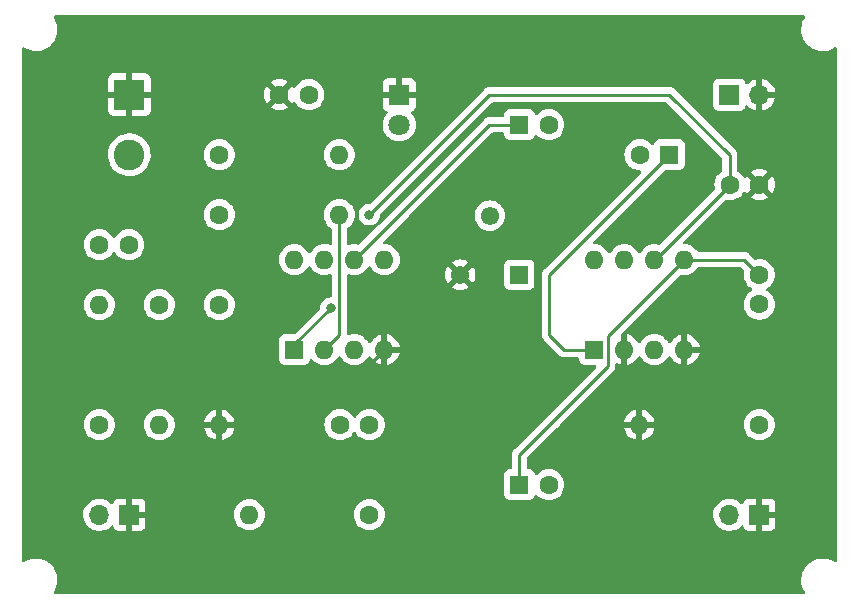
<source format=gbr>
%TF.GenerationSoftware,KiCad,Pcbnew,(6.0.1-0)*%
%TF.CreationDate,2022-05-03T14:17:36+09:00*%
%TF.ProjectId,mic_tester,6d69635f-7465-4737-9465-722e6b696361,rev?*%
%TF.SameCoordinates,Original*%
%TF.FileFunction,Copper,L2,Bot*%
%TF.FilePolarity,Positive*%
%FSLAX46Y46*%
G04 Gerber Fmt 4.6, Leading zero omitted, Abs format (unit mm)*
G04 Created by KiCad (PCBNEW (6.0.1-0)) date 2022-05-03 14:17:36*
%MOMM*%
%LPD*%
G01*
G04 APERTURE LIST*
%TA.AperFunction,ComponentPad*%
%ADD10R,1.550000X1.550000*%
%TD*%
%TA.AperFunction,ComponentPad*%
%ADD11C,1.550000*%
%TD*%
%TA.AperFunction,ComponentPad*%
%ADD12C,1.600000*%
%TD*%
%TA.AperFunction,ComponentPad*%
%ADD13O,1.600000X1.600000*%
%TD*%
%TA.AperFunction,ComponentPad*%
%ADD14R,1.600000X1.600000*%
%TD*%
%TA.AperFunction,ComponentPad*%
%ADD15R,1.800000X1.800000*%
%TD*%
%TA.AperFunction,ComponentPad*%
%ADD16C,1.800000*%
%TD*%
%TA.AperFunction,ComponentPad*%
%ADD17R,1.700000X1.700000*%
%TD*%
%TA.AperFunction,ComponentPad*%
%ADD18O,1.700000X1.700000*%
%TD*%
%TA.AperFunction,ComponentPad*%
%ADD19R,2.600000X2.600000*%
%TD*%
%TA.AperFunction,ComponentPad*%
%ADD20C,2.600000*%
%TD*%
%TA.AperFunction,ViaPad*%
%ADD21C,0.800000*%
%TD*%
%TA.AperFunction,Conductor*%
%ADD22C,0.250000*%
%TD*%
G04 APERTURE END LIST*
D10*
%TO.P,RV1,1,1*%
%TO.N,Amp Input*%
X144780000Y-83820000D03*
D11*
%TO.P,RV1,2,2*%
%TO.N,Net-(RV1-Pad2)*%
X142280000Y-78820000D03*
%TO.P,RV1,3,3*%
%TO.N,GND*%
X139780000Y-83820000D03*
%TD*%
D12*
%TO.P,R2,1*%
%TO.N,Net-(R2-Pad1)*%
X114300000Y-86360000D03*
D13*
%TO.P,R2,2*%
%TO.N,Vcc*%
X114300000Y-96520000D03*
%TD*%
D12*
%TO.P,R3,1*%
%TO.N,Net-(R2-Pad1)*%
X119380000Y-86360000D03*
D13*
%TO.P,R3,2*%
%TO.N,GND*%
X119380000Y-96520000D03*
%TD*%
D14*
%TO.P,U2,1,GAIN*%
%TO.N,Net-(C6-Pad1)*%
X151140000Y-90160000D03*
D13*
%TO.P,U2,2,-*%
%TO.N,GND*%
X153680000Y-90160000D03*
%TO.P,U2,3,+*%
%TO.N,Net-(RV1-Pad2)*%
X156220000Y-90160000D03*
%TO.P,U2,4,GND*%
%TO.N,GND*%
X158760000Y-90160000D03*
%TO.P,U2,5*%
%TO.N,Net-(C7-Pad1)*%
X158760000Y-82540000D03*
%TO.P,U2,6,V+*%
%TO.N,Vcc*%
X156220000Y-82540000D03*
%TO.P,U2,7,BYPASS*%
%TO.N,unconnected-(U2-Pad7)*%
X153680000Y-82540000D03*
%TO.P,U2,8,GAIN*%
%TO.N,Net-(C6-Pad2)*%
X151140000Y-82540000D03*
%TD*%
D12*
%TO.P,R1,1*%
%TO.N,Vcc*%
X109220000Y-96520000D03*
D13*
%TO.P,R1,2*%
%TO.N,Net-(C1-Pad1)*%
X109220000Y-86360000D03*
%TD*%
D15*
%TO.P,D1,1,K*%
%TO.N,GND*%
X134620000Y-68580000D03*
D16*
%TO.P,D1,2,A*%
%TO.N,Net-(D1-Pad2)*%
X134620000Y-71120000D03*
%TD*%
D12*
%TO.P,R5,1*%
%TO.N,Net-(C2-Pad1)*%
X132080000Y-104140000D03*
D13*
%TO.P,R5,2*%
%TO.N,Net-(C2-Pad2)*%
X121920000Y-104140000D03*
%TD*%
D14*
%TO.P,C6,1*%
%TO.N,Net-(C6-Pad1)*%
X157480000Y-73660000D03*
D12*
%TO.P,C6,2*%
%TO.N,Net-(C6-Pad2)*%
X154980000Y-73660000D03*
%TD*%
D14*
%TO.P,C4,1*%
%TO.N,Net-(C4-Pad1)*%
X144780000Y-71120000D03*
D12*
%TO.P,C4,2*%
%TO.N,Amp Input*%
X147280000Y-71120000D03*
%TD*%
%TO.P,C1,1*%
%TO.N,Net-(C1-Pad1)*%
X109220000Y-81280000D03*
%TO.P,C1,2*%
%TO.N,Net-(C1-Pad2)*%
X111720000Y-81280000D03*
%TD*%
D17*
%TO.P,J1,1,Pin_1*%
%TO.N,GND*%
X111760000Y-104140000D03*
D18*
%TO.P,J1,2,Pin_2*%
%TO.N,Net-(C1-Pad1)*%
X109220000Y-104140000D03*
%TD*%
D12*
%TO.P,C7,1*%
%TO.N,Net-(C7-Pad1)*%
X165100000Y-83820000D03*
%TO.P,C7,2*%
%TO.N,Net-(C7-Pad2)*%
X165100000Y-86320000D03*
%TD*%
%TO.P,C3,1*%
%TO.N,GND*%
X124460000Y-68580000D03*
%TO.P,C3,2*%
%TO.N,Vcc*%
X126960000Y-68580000D03*
%TD*%
%TO.P,R6,1*%
%TO.N,Net-(C7-Pad2)*%
X165100000Y-96520000D03*
D13*
%TO.P,R6,2*%
%TO.N,GND*%
X154940000Y-96520000D03*
%TD*%
D17*
%TO.P,J2,1,Pin_1*%
%TO.N,Amp Input*%
X162560000Y-68580000D03*
D18*
%TO.P,J2,2,Pin_2*%
%TO.N,GND*%
X165100000Y-68580000D03*
%TD*%
D12*
%TO.P,C5,1*%
%TO.N,Vcc*%
X162600000Y-76200000D03*
%TO.P,C5,2*%
%TO.N,GND*%
X165100000Y-76200000D03*
%TD*%
D14*
%TO.P,U1,1*%
%TO.N,Net-(C2-Pad2)*%
X125740000Y-90160000D03*
D13*
%TO.P,U1,2,-*%
%TO.N,Net-(C2-Pad1)*%
X128280000Y-90160000D03*
%TO.P,U1,3,+*%
%TO.N,Net-(R2-Pad1)*%
X130820000Y-90160000D03*
%TO.P,U1,4,V-*%
%TO.N,GND*%
X133360000Y-90160000D03*
%TO.P,U1,5,+*%
%TO.N,Net-(C2-Pad2)*%
X133360000Y-82540000D03*
%TO.P,U1,6,-*%
%TO.N,Net-(C4-Pad1)*%
X130820000Y-82540000D03*
%TO.P,U1,7*%
X128280000Y-82540000D03*
%TO.P,U1,8,V+*%
%TO.N,Vcc*%
X125740000Y-82540000D03*
%TD*%
D14*
%TO.P,C8,1*%
%TO.N,Net-(C7-Pad1)*%
X144780000Y-101600000D03*
D12*
%TO.P,C8,2*%
%TO.N,Net-(C8-Pad2)*%
X147280000Y-101600000D03*
%TD*%
%TO.P,C2,1*%
%TO.N,Net-(C2-Pad1)*%
X132080000Y-96520000D03*
%TO.P,C2,2*%
%TO.N,Net-(C2-Pad2)*%
X129580000Y-96520000D03*
%TD*%
%TO.P,R4,1*%
%TO.N,Net-(C1-Pad2)*%
X119380000Y-78740000D03*
D13*
%TO.P,R4,2*%
%TO.N,Net-(C2-Pad1)*%
X129540000Y-78740000D03*
%TD*%
D17*
%TO.P,J3,1,Pin_1*%
%TO.N,GND*%
X165100000Y-104140000D03*
D18*
%TO.P,J3,2,Pin_2*%
%TO.N,Net-(C8-Pad2)*%
X162560000Y-104140000D03*
%TD*%
D19*
%TO.P,J4,1,Pin_1*%
%TO.N,GND*%
X111760000Y-68580000D03*
D20*
%TO.P,J4,2,Pin_2*%
%TO.N,Vcc*%
X111760000Y-73660000D03*
%TD*%
D12*
%TO.P,R0,1*%
%TO.N,Vcc*%
X119380000Y-73660000D03*
D13*
%TO.P,R0,2*%
%TO.N,Net-(D1-Pad2)*%
X129540000Y-73660000D03*
%TD*%
D21*
%TO.N,Net-(C2-Pad2)*%
X128815500Y-86642843D03*
%TO.N,Vcc*%
X132080000Y-78740000D03*
%TD*%
D22*
%TO.N,Net-(C2-Pad1)*%
X129540000Y-88900000D02*
X128280000Y-90160000D01*
X129540000Y-78740000D02*
X129540000Y-88900000D01*
%TO.N,Net-(C2-Pad2)*%
X125740000Y-89718343D02*
X125740000Y-90160000D01*
X128815500Y-86642843D02*
X125740000Y-89718343D01*
%TO.N,GND*%
X133360000Y-90160000D02*
X127000000Y-96520000D01*
X127000000Y-96520000D02*
X119380000Y-96520000D01*
%TO.N,Vcc*%
X162600000Y-73700000D02*
X162600000Y-76200000D01*
X142240000Y-68580000D02*
X157480000Y-68580000D01*
X132080000Y-78740000D02*
X142240000Y-68580000D01*
X156260000Y-82540000D02*
X156220000Y-82540000D01*
X157480000Y-68580000D02*
X162600000Y-73700000D01*
X162600000Y-76200000D02*
X156260000Y-82540000D01*
%TO.N,Net-(C4-Pad1)*%
X142240000Y-71120000D02*
X144780000Y-71120000D01*
X142240000Y-71120000D02*
X130820000Y-82540000D01*
%TO.N,Net-(C6-Pad1)*%
X157480000Y-73660000D02*
X147320000Y-83820000D01*
X147320000Y-88900000D02*
X148580000Y-90160000D01*
X147320000Y-83820000D02*
X147320000Y-88900000D01*
X148580000Y-90160000D02*
X151140000Y-90160000D01*
%TO.N,Net-(C7-Pad1)*%
X158760000Y-82540000D02*
X163820000Y-82540000D01*
X152264511Y-89035489D02*
X152264511Y-91575489D01*
X144780000Y-99060000D02*
X144780000Y-101600000D01*
X163820000Y-82540000D02*
X165100000Y-83820000D01*
X158760000Y-82540000D02*
X152264511Y-89035489D01*
X152264511Y-91575489D02*
X144780000Y-99060000D01*
%TD*%
%TA.AperFunction,Conductor*%
%TO.N,GND*%
G36*
X168912665Y-61888002D02*
G01*
X168959158Y-61941658D01*
X168969262Y-62011932D01*
X168952263Y-62059365D01*
X168846968Y-62232885D01*
X168846962Y-62232896D01*
X168844543Y-62236883D01*
X168842736Y-62241191D01*
X168842736Y-62241192D01*
X168822720Y-62288926D01*
X168740623Y-62484704D01*
X168739472Y-62489236D01*
X168739471Y-62489239D01*
X168727985Y-62534467D01*
X168674475Y-62745164D01*
X168647551Y-63012539D01*
X168649300Y-63048942D01*
X168660444Y-63280958D01*
X168712871Y-63544522D01*
X168803678Y-63797442D01*
X168805895Y-63801568D01*
X168832900Y-63851826D01*
X168930872Y-64034162D01*
X168933667Y-64037905D01*
X168933669Y-64037908D01*
X169088867Y-64245743D01*
X169088872Y-64245749D01*
X169091659Y-64249481D01*
X169094968Y-64252761D01*
X169094973Y-64252767D01*
X169199311Y-64356198D01*
X169282505Y-64438669D01*
X169286267Y-64441427D01*
X169286270Y-64441430D01*
X169461575Y-64569969D01*
X169499219Y-64597571D01*
X169503350Y-64599745D01*
X169503351Y-64599745D01*
X169732905Y-64720519D01*
X169732911Y-64720521D01*
X169737040Y-64722694D01*
X169741447Y-64724233D01*
X169741454Y-64724236D01*
X169986327Y-64809749D01*
X169990743Y-64811291D01*
X169995336Y-64812163D01*
X170250166Y-64860544D01*
X170250169Y-64860544D01*
X170254755Y-64861415D01*
X170389015Y-64866691D01*
X170518607Y-64871783D01*
X170518613Y-64871783D01*
X170523275Y-64871966D01*
X170604970Y-64863019D01*
X170785753Y-64843220D01*
X170785758Y-64843219D01*
X170790406Y-64842710D01*
X171050278Y-64774291D01*
X171175437Y-64720519D01*
X171292880Y-64670062D01*
X171292883Y-64670060D01*
X171297183Y-64668213D01*
X171301163Y-64665750D01*
X171301167Y-64665748D01*
X171459697Y-64567646D01*
X171528149Y-64548808D01*
X171595919Y-64569969D01*
X171641490Y-64624410D01*
X171652000Y-64674790D01*
X171652000Y-108045599D01*
X171631998Y-108113720D01*
X171578342Y-108160213D01*
X171508068Y-108170317D01*
X171454180Y-108149126D01*
X171384045Y-108100471D01*
X171384042Y-108100469D01*
X171380203Y-108097806D01*
X171376013Y-108095740D01*
X171376010Y-108095738D01*
X171143376Y-107981016D01*
X171143373Y-107981015D01*
X171139188Y-107978951D01*
X170883253Y-107897025D01*
X170878646Y-107896275D01*
X170878643Y-107896274D01*
X170622630Y-107854580D01*
X170622631Y-107854580D01*
X170618019Y-107853829D01*
X170487717Y-107852124D01*
X170353992Y-107850373D01*
X170353989Y-107850373D01*
X170349315Y-107850312D01*
X170083042Y-107886550D01*
X170078552Y-107887859D01*
X170078546Y-107887860D01*
X169968778Y-107919855D01*
X169825050Y-107961748D01*
X169820803Y-107963706D01*
X169820800Y-107963707D01*
X169783254Y-107981016D01*
X169581006Y-108074253D01*
X169577097Y-108076816D01*
X169360186Y-108219029D01*
X169360181Y-108219033D01*
X169356273Y-108221595D01*
X169155787Y-108400536D01*
X168983952Y-108607145D01*
X168981529Y-108611138D01*
X168962513Y-108642476D01*
X168844543Y-108836883D01*
X168842736Y-108841191D01*
X168842736Y-108841192D01*
X168822720Y-108888926D01*
X168740623Y-109084704D01*
X168674475Y-109345164D01*
X168647551Y-109612539D01*
X168647775Y-109617204D01*
X168647775Y-109617210D01*
X168649016Y-109643038D01*
X168649300Y-109648942D01*
X168660444Y-109880958D01*
X168712871Y-110144522D01*
X168803678Y-110397442D01*
X168805895Y-110401568D01*
X168832900Y-110451826D01*
X168930872Y-110634162D01*
X168933667Y-110637905D01*
X168933669Y-110637908D01*
X168943155Y-110650611D01*
X168967887Y-110717161D01*
X168952712Y-110786517D01*
X168902451Y-110836659D01*
X168842197Y-110852000D01*
X105473963Y-110852000D01*
X105405842Y-110831998D01*
X105359349Y-110778342D01*
X105349245Y-110708068D01*
X105367992Y-110657837D01*
X105450832Y-110529048D01*
X105450834Y-110529045D01*
X105453357Y-110525122D01*
X105563728Y-110280106D01*
X105636672Y-110021468D01*
X105670585Y-109754889D01*
X105673070Y-109660000D01*
X105653155Y-109392011D01*
X105642555Y-109345164D01*
X105608901Y-109196439D01*
X105593847Y-109129910D01*
X105578031Y-109089239D01*
X105498143Y-108883806D01*
X105498142Y-108883804D01*
X105496450Y-108879453D01*
X105363103Y-108646144D01*
X105196735Y-108435108D01*
X105001002Y-108250980D01*
X104954945Y-108219029D01*
X104784045Y-108100471D01*
X104784042Y-108100469D01*
X104780203Y-108097806D01*
X104776013Y-108095740D01*
X104776010Y-108095738D01*
X104543376Y-107981016D01*
X104543373Y-107981015D01*
X104539188Y-107978951D01*
X104283253Y-107897025D01*
X104278646Y-107896275D01*
X104278643Y-107896274D01*
X104022630Y-107854580D01*
X104022631Y-107854580D01*
X104018019Y-107853829D01*
X103887717Y-107852124D01*
X103753992Y-107850373D01*
X103753989Y-107850373D01*
X103749315Y-107850312D01*
X103483042Y-107886550D01*
X103478552Y-107887859D01*
X103478546Y-107887860D01*
X103368778Y-107919855D01*
X103225050Y-107961748D01*
X103220803Y-107963706D01*
X103220800Y-107963707D01*
X103183254Y-107981016D01*
X102981006Y-108074253D01*
X102866807Y-108149126D01*
X102863085Y-108151566D01*
X102795150Y-108172189D01*
X102726850Y-108152809D01*
X102679869Y-108099580D01*
X102668000Y-108046194D01*
X102668000Y-104106695D01*
X107857251Y-104106695D01*
X107857548Y-104111848D01*
X107857548Y-104111851D01*
X107859171Y-104140000D01*
X107870110Y-104329715D01*
X107871247Y-104334761D01*
X107871248Y-104334767D01*
X107885606Y-104398475D01*
X107919222Y-104547639D01*
X108003266Y-104754616D01*
X108119987Y-104945088D01*
X108266250Y-105113938D01*
X108438126Y-105256632D01*
X108631000Y-105369338D01*
X108635825Y-105371180D01*
X108635826Y-105371181D01*
X108708612Y-105398975D01*
X108839692Y-105449030D01*
X108844760Y-105450061D01*
X108844763Y-105450062D01*
X108952017Y-105471883D01*
X109058597Y-105493567D01*
X109063772Y-105493757D01*
X109063774Y-105493757D01*
X109276673Y-105501564D01*
X109276677Y-105501564D01*
X109281837Y-105501753D01*
X109286957Y-105501097D01*
X109286959Y-105501097D01*
X109498288Y-105474025D01*
X109498289Y-105474025D01*
X109503416Y-105473368D01*
X109569646Y-105453498D01*
X109712429Y-105410661D01*
X109712434Y-105410659D01*
X109717384Y-105409174D01*
X109917994Y-105310896D01*
X110099860Y-105181173D01*
X110131788Y-105149357D01*
X110208479Y-105072933D01*
X110270851Y-105039017D01*
X110341658Y-105044205D01*
X110398419Y-105086851D01*
X110415401Y-105117954D01*
X110456676Y-105228054D01*
X110465214Y-105243649D01*
X110541715Y-105345724D01*
X110554276Y-105358285D01*
X110656351Y-105434786D01*
X110671946Y-105443324D01*
X110792394Y-105488478D01*
X110807649Y-105492105D01*
X110858514Y-105497631D01*
X110865328Y-105498000D01*
X111487885Y-105498000D01*
X111503124Y-105493525D01*
X111504329Y-105492135D01*
X111506000Y-105484452D01*
X111506000Y-105479884D01*
X112014000Y-105479884D01*
X112018475Y-105495123D01*
X112019865Y-105496328D01*
X112027548Y-105497999D01*
X112654669Y-105497999D01*
X112661490Y-105497629D01*
X112712352Y-105492105D01*
X112727604Y-105488479D01*
X112848054Y-105443324D01*
X112863649Y-105434786D01*
X112965724Y-105358285D01*
X112978285Y-105345724D01*
X113054786Y-105243649D01*
X113063324Y-105228054D01*
X113108478Y-105107606D01*
X113112105Y-105092351D01*
X113117631Y-105041486D01*
X113118000Y-105034672D01*
X113118000Y-104412115D01*
X113113525Y-104396876D01*
X113112135Y-104395671D01*
X113104452Y-104394000D01*
X112032115Y-104394000D01*
X112016876Y-104398475D01*
X112015671Y-104399865D01*
X112014000Y-104407548D01*
X112014000Y-105479884D01*
X111506000Y-105479884D01*
X111506000Y-104140000D01*
X120606502Y-104140000D01*
X120626457Y-104368087D01*
X120627881Y-104373400D01*
X120627881Y-104373402D01*
X120675851Y-104552425D01*
X120685716Y-104589243D01*
X120688039Y-104594224D01*
X120688039Y-104594225D01*
X120780151Y-104791762D01*
X120780154Y-104791767D01*
X120782477Y-104796749D01*
X120785634Y-104801257D01*
X120889078Y-104948990D01*
X120913802Y-104984300D01*
X121075700Y-105146198D01*
X121080208Y-105149355D01*
X121080211Y-105149357D01*
X121120445Y-105177529D01*
X121263251Y-105277523D01*
X121268233Y-105279846D01*
X121268238Y-105279849D01*
X121465775Y-105371961D01*
X121470757Y-105374284D01*
X121476065Y-105375706D01*
X121476067Y-105375707D01*
X121686598Y-105432119D01*
X121686600Y-105432119D01*
X121691913Y-105433543D01*
X121920000Y-105453498D01*
X122148087Y-105433543D01*
X122153400Y-105432119D01*
X122153402Y-105432119D01*
X122363933Y-105375707D01*
X122363935Y-105375706D01*
X122369243Y-105374284D01*
X122374225Y-105371961D01*
X122571762Y-105279849D01*
X122571767Y-105279846D01*
X122576749Y-105277523D01*
X122719555Y-105177529D01*
X122759789Y-105149357D01*
X122759792Y-105149355D01*
X122764300Y-105146198D01*
X122926198Y-104984300D01*
X122950923Y-104948990D01*
X123054366Y-104801257D01*
X123057523Y-104796749D01*
X123059846Y-104791767D01*
X123059849Y-104791762D01*
X123151961Y-104594225D01*
X123151961Y-104594224D01*
X123154284Y-104589243D01*
X123164150Y-104552425D01*
X123212119Y-104373402D01*
X123212119Y-104373400D01*
X123213543Y-104368087D01*
X123233498Y-104140000D01*
X130766502Y-104140000D01*
X130786457Y-104368087D01*
X130787881Y-104373400D01*
X130787881Y-104373402D01*
X130835851Y-104552425D01*
X130845716Y-104589243D01*
X130848039Y-104594224D01*
X130848039Y-104594225D01*
X130940151Y-104791762D01*
X130940154Y-104791767D01*
X130942477Y-104796749D01*
X130945634Y-104801257D01*
X131049078Y-104948990D01*
X131073802Y-104984300D01*
X131235700Y-105146198D01*
X131240208Y-105149355D01*
X131240211Y-105149357D01*
X131280445Y-105177529D01*
X131423251Y-105277523D01*
X131428233Y-105279846D01*
X131428238Y-105279849D01*
X131625775Y-105371961D01*
X131630757Y-105374284D01*
X131636065Y-105375706D01*
X131636067Y-105375707D01*
X131846598Y-105432119D01*
X131846600Y-105432119D01*
X131851913Y-105433543D01*
X132080000Y-105453498D01*
X132308087Y-105433543D01*
X132313400Y-105432119D01*
X132313402Y-105432119D01*
X132523933Y-105375707D01*
X132523935Y-105375706D01*
X132529243Y-105374284D01*
X132534225Y-105371961D01*
X132731762Y-105279849D01*
X132731767Y-105279846D01*
X132736749Y-105277523D01*
X132879555Y-105177529D01*
X132919789Y-105149357D01*
X132919792Y-105149355D01*
X132924300Y-105146198D01*
X133086198Y-104984300D01*
X133110923Y-104948990D01*
X133214366Y-104801257D01*
X133217523Y-104796749D01*
X133219846Y-104791767D01*
X133219849Y-104791762D01*
X133311961Y-104594225D01*
X133311961Y-104594224D01*
X133314284Y-104589243D01*
X133324150Y-104552425D01*
X133372119Y-104373402D01*
X133372119Y-104373400D01*
X133373543Y-104368087D01*
X133393498Y-104140000D01*
X133390584Y-104106695D01*
X161197251Y-104106695D01*
X161197548Y-104111848D01*
X161197548Y-104111851D01*
X161199171Y-104140000D01*
X161210110Y-104329715D01*
X161211247Y-104334761D01*
X161211248Y-104334767D01*
X161225606Y-104398475D01*
X161259222Y-104547639D01*
X161343266Y-104754616D01*
X161459987Y-104945088D01*
X161606250Y-105113938D01*
X161778126Y-105256632D01*
X161971000Y-105369338D01*
X161975825Y-105371180D01*
X161975826Y-105371181D01*
X162048612Y-105398975D01*
X162179692Y-105449030D01*
X162184760Y-105450061D01*
X162184763Y-105450062D01*
X162292017Y-105471883D01*
X162398597Y-105493567D01*
X162403772Y-105493757D01*
X162403774Y-105493757D01*
X162616673Y-105501564D01*
X162616677Y-105501564D01*
X162621837Y-105501753D01*
X162626957Y-105501097D01*
X162626959Y-105501097D01*
X162838288Y-105474025D01*
X162838289Y-105474025D01*
X162843416Y-105473368D01*
X162909646Y-105453498D01*
X163052429Y-105410661D01*
X163052434Y-105410659D01*
X163057384Y-105409174D01*
X163257994Y-105310896D01*
X163439860Y-105181173D01*
X163471788Y-105149357D01*
X163548479Y-105072933D01*
X163610851Y-105039017D01*
X163681658Y-105044205D01*
X163738419Y-105086851D01*
X163755401Y-105117954D01*
X163796676Y-105228054D01*
X163805214Y-105243649D01*
X163881715Y-105345724D01*
X163894276Y-105358285D01*
X163996351Y-105434786D01*
X164011946Y-105443324D01*
X164132394Y-105488478D01*
X164147649Y-105492105D01*
X164198514Y-105497631D01*
X164205328Y-105498000D01*
X164827885Y-105498000D01*
X164843124Y-105493525D01*
X164844329Y-105492135D01*
X164846000Y-105484452D01*
X164846000Y-105479884D01*
X165354000Y-105479884D01*
X165358475Y-105495123D01*
X165359865Y-105496328D01*
X165367548Y-105497999D01*
X165994669Y-105497999D01*
X166001490Y-105497629D01*
X166052352Y-105492105D01*
X166067604Y-105488479D01*
X166188054Y-105443324D01*
X166203649Y-105434786D01*
X166305724Y-105358285D01*
X166318285Y-105345724D01*
X166394786Y-105243649D01*
X166403324Y-105228054D01*
X166448478Y-105107606D01*
X166452105Y-105092351D01*
X166457631Y-105041486D01*
X166458000Y-105034672D01*
X166458000Y-104412115D01*
X166453525Y-104396876D01*
X166452135Y-104395671D01*
X166444452Y-104394000D01*
X165372115Y-104394000D01*
X165356876Y-104398475D01*
X165355671Y-104399865D01*
X165354000Y-104407548D01*
X165354000Y-105479884D01*
X164846000Y-105479884D01*
X164846000Y-103867885D01*
X165354000Y-103867885D01*
X165358475Y-103883124D01*
X165359865Y-103884329D01*
X165367548Y-103886000D01*
X166439884Y-103886000D01*
X166455123Y-103881525D01*
X166456328Y-103880135D01*
X166457999Y-103872452D01*
X166457999Y-103245331D01*
X166457629Y-103238510D01*
X166452105Y-103187648D01*
X166448479Y-103172396D01*
X166403324Y-103051946D01*
X166394786Y-103036351D01*
X166318285Y-102934276D01*
X166305724Y-102921715D01*
X166203649Y-102845214D01*
X166188054Y-102836676D01*
X166067606Y-102791522D01*
X166052351Y-102787895D01*
X166001486Y-102782369D01*
X165994672Y-102782000D01*
X165372115Y-102782000D01*
X165356876Y-102786475D01*
X165355671Y-102787865D01*
X165354000Y-102795548D01*
X165354000Y-103867885D01*
X164846000Y-103867885D01*
X164846000Y-102800116D01*
X164841525Y-102784877D01*
X164840135Y-102783672D01*
X164832452Y-102782001D01*
X164205331Y-102782001D01*
X164198510Y-102782371D01*
X164147648Y-102787895D01*
X164132396Y-102791521D01*
X164011946Y-102836676D01*
X163996351Y-102845214D01*
X163894276Y-102921715D01*
X163881715Y-102934276D01*
X163805214Y-103036351D01*
X163796676Y-103051946D01*
X163755297Y-103162322D01*
X163712655Y-103219087D01*
X163646093Y-103243786D01*
X163576744Y-103228578D01*
X163544121Y-103202891D01*
X163493151Y-103146876D01*
X163493148Y-103146873D01*
X163489670Y-103143051D01*
X163485619Y-103139852D01*
X163485615Y-103139848D01*
X163318414Y-103007800D01*
X163318410Y-103007798D01*
X163314359Y-103004598D01*
X163306304Y-103000151D01*
X163186970Y-102934276D01*
X163118789Y-102896638D01*
X163113920Y-102894914D01*
X163113916Y-102894912D01*
X162913087Y-102823795D01*
X162913083Y-102823794D01*
X162908212Y-102822069D01*
X162903119Y-102821162D01*
X162903116Y-102821161D01*
X162693373Y-102783800D01*
X162693367Y-102783799D01*
X162688284Y-102782894D01*
X162614452Y-102781992D01*
X162470081Y-102780228D01*
X162470079Y-102780228D01*
X162464911Y-102780165D01*
X162244091Y-102813955D01*
X162031756Y-102883357D01*
X161833607Y-102986507D01*
X161829474Y-102989610D01*
X161829471Y-102989612D01*
X161746450Y-103051946D01*
X161654965Y-103120635D01*
X161500629Y-103282138D01*
X161497715Y-103286410D01*
X161497714Y-103286411D01*
X161488300Y-103300211D01*
X161374743Y-103466680D01*
X161280688Y-103669305D01*
X161220989Y-103884570D01*
X161197251Y-104106695D01*
X133390584Y-104106695D01*
X133373543Y-103911913D01*
X133366600Y-103886000D01*
X133315707Y-103696067D01*
X133315706Y-103696065D01*
X133314284Y-103690757D01*
X133302092Y-103664610D01*
X133219849Y-103488238D01*
X133219846Y-103488233D01*
X133217523Y-103483251D01*
X133086198Y-103295700D01*
X132924300Y-103133802D01*
X132919792Y-103130645D01*
X132919789Y-103130643D01*
X132785126Y-103036351D01*
X132736749Y-103002477D01*
X132731767Y-103000154D01*
X132731762Y-103000151D01*
X132534225Y-102908039D01*
X132534224Y-102908039D01*
X132529243Y-102905716D01*
X132523935Y-102904294D01*
X132523933Y-102904293D01*
X132313402Y-102847881D01*
X132313400Y-102847881D01*
X132308087Y-102846457D01*
X132080000Y-102826502D01*
X131851913Y-102846457D01*
X131846600Y-102847881D01*
X131846598Y-102847881D01*
X131636067Y-102904293D01*
X131636065Y-102904294D01*
X131630757Y-102905716D01*
X131625776Y-102908039D01*
X131625775Y-102908039D01*
X131428238Y-103000151D01*
X131428233Y-103000154D01*
X131423251Y-103002477D01*
X131374874Y-103036351D01*
X131240211Y-103130643D01*
X131240208Y-103130645D01*
X131235700Y-103133802D01*
X131073802Y-103295700D01*
X130942477Y-103483251D01*
X130940154Y-103488233D01*
X130940151Y-103488238D01*
X130857908Y-103664610D01*
X130845716Y-103690757D01*
X130844294Y-103696065D01*
X130844293Y-103696067D01*
X130793400Y-103886000D01*
X130786457Y-103911913D01*
X130766502Y-104140000D01*
X123233498Y-104140000D01*
X123213543Y-103911913D01*
X123206600Y-103886000D01*
X123155707Y-103696067D01*
X123155706Y-103696065D01*
X123154284Y-103690757D01*
X123142092Y-103664610D01*
X123059849Y-103488238D01*
X123059846Y-103488233D01*
X123057523Y-103483251D01*
X122926198Y-103295700D01*
X122764300Y-103133802D01*
X122759792Y-103130645D01*
X122759789Y-103130643D01*
X122625126Y-103036351D01*
X122576749Y-103002477D01*
X122571767Y-103000154D01*
X122571762Y-103000151D01*
X122374225Y-102908039D01*
X122374224Y-102908039D01*
X122369243Y-102905716D01*
X122363935Y-102904294D01*
X122363933Y-102904293D01*
X122153402Y-102847881D01*
X122153400Y-102847881D01*
X122148087Y-102846457D01*
X121920000Y-102826502D01*
X121691913Y-102846457D01*
X121686600Y-102847881D01*
X121686598Y-102847881D01*
X121476067Y-102904293D01*
X121476065Y-102904294D01*
X121470757Y-102905716D01*
X121465776Y-102908039D01*
X121465775Y-102908039D01*
X121268238Y-103000151D01*
X121268233Y-103000154D01*
X121263251Y-103002477D01*
X121214874Y-103036351D01*
X121080211Y-103130643D01*
X121080208Y-103130645D01*
X121075700Y-103133802D01*
X120913802Y-103295700D01*
X120782477Y-103483251D01*
X120780154Y-103488233D01*
X120780151Y-103488238D01*
X120697908Y-103664610D01*
X120685716Y-103690757D01*
X120684294Y-103696065D01*
X120684293Y-103696067D01*
X120633400Y-103886000D01*
X120626457Y-103911913D01*
X120606502Y-104140000D01*
X111506000Y-104140000D01*
X111506000Y-103867885D01*
X112014000Y-103867885D01*
X112018475Y-103883124D01*
X112019865Y-103884329D01*
X112027548Y-103886000D01*
X113099884Y-103886000D01*
X113115123Y-103881525D01*
X113116328Y-103880135D01*
X113117999Y-103872452D01*
X113117999Y-103245331D01*
X113117629Y-103238510D01*
X113112105Y-103187648D01*
X113108479Y-103172396D01*
X113063324Y-103051946D01*
X113054786Y-103036351D01*
X112978285Y-102934276D01*
X112965724Y-102921715D01*
X112863649Y-102845214D01*
X112848054Y-102836676D01*
X112727606Y-102791522D01*
X112712351Y-102787895D01*
X112661486Y-102782369D01*
X112654672Y-102782000D01*
X112032115Y-102782000D01*
X112016876Y-102786475D01*
X112015671Y-102787865D01*
X112014000Y-102795548D01*
X112014000Y-103867885D01*
X111506000Y-103867885D01*
X111506000Y-102800116D01*
X111501525Y-102784877D01*
X111500135Y-102783672D01*
X111492452Y-102782001D01*
X110865331Y-102782001D01*
X110858510Y-102782371D01*
X110807648Y-102787895D01*
X110792396Y-102791521D01*
X110671946Y-102836676D01*
X110656351Y-102845214D01*
X110554276Y-102921715D01*
X110541715Y-102934276D01*
X110465214Y-103036351D01*
X110456676Y-103051946D01*
X110415297Y-103162322D01*
X110372655Y-103219087D01*
X110306093Y-103243786D01*
X110236744Y-103228578D01*
X110204121Y-103202891D01*
X110153151Y-103146876D01*
X110153148Y-103146873D01*
X110149670Y-103143051D01*
X110145619Y-103139852D01*
X110145615Y-103139848D01*
X109978414Y-103007800D01*
X109978410Y-103007798D01*
X109974359Y-103004598D01*
X109966304Y-103000151D01*
X109846970Y-102934276D01*
X109778789Y-102896638D01*
X109773920Y-102894914D01*
X109773916Y-102894912D01*
X109573087Y-102823795D01*
X109573083Y-102823794D01*
X109568212Y-102822069D01*
X109563119Y-102821162D01*
X109563116Y-102821161D01*
X109353373Y-102783800D01*
X109353367Y-102783799D01*
X109348284Y-102782894D01*
X109274452Y-102781992D01*
X109130081Y-102780228D01*
X109130079Y-102780228D01*
X109124911Y-102780165D01*
X108904091Y-102813955D01*
X108691756Y-102883357D01*
X108493607Y-102986507D01*
X108489474Y-102989610D01*
X108489471Y-102989612D01*
X108406450Y-103051946D01*
X108314965Y-103120635D01*
X108160629Y-103282138D01*
X108157715Y-103286410D01*
X108157714Y-103286411D01*
X108148300Y-103300211D01*
X108034743Y-103466680D01*
X107940688Y-103669305D01*
X107880989Y-103884570D01*
X107857251Y-104106695D01*
X102668000Y-104106695D01*
X102668000Y-96520000D01*
X107906502Y-96520000D01*
X107926457Y-96748087D01*
X107927881Y-96753400D01*
X107927881Y-96753402D01*
X107937031Y-96787548D01*
X107985716Y-96969243D01*
X107988039Y-96974224D01*
X107988039Y-96974225D01*
X108080151Y-97171762D01*
X108080154Y-97171767D01*
X108082477Y-97176749D01*
X108213802Y-97364300D01*
X108375700Y-97526198D01*
X108380208Y-97529355D01*
X108380211Y-97529357D01*
X108458389Y-97584098D01*
X108563251Y-97657523D01*
X108568233Y-97659846D01*
X108568238Y-97659849D01*
X108764765Y-97751490D01*
X108770757Y-97754284D01*
X108776065Y-97755706D01*
X108776067Y-97755707D01*
X108986598Y-97812119D01*
X108986600Y-97812119D01*
X108991913Y-97813543D01*
X109220000Y-97833498D01*
X109448087Y-97813543D01*
X109453400Y-97812119D01*
X109453402Y-97812119D01*
X109663933Y-97755707D01*
X109663935Y-97755706D01*
X109669243Y-97754284D01*
X109675235Y-97751490D01*
X109871762Y-97659849D01*
X109871767Y-97659846D01*
X109876749Y-97657523D01*
X109981611Y-97584098D01*
X110059789Y-97529357D01*
X110059792Y-97529355D01*
X110064300Y-97526198D01*
X110226198Y-97364300D01*
X110357523Y-97176749D01*
X110359846Y-97171767D01*
X110359849Y-97171762D01*
X110451961Y-96974225D01*
X110451961Y-96974224D01*
X110454284Y-96969243D01*
X110502970Y-96787548D01*
X110512119Y-96753402D01*
X110512119Y-96753400D01*
X110513543Y-96748087D01*
X110533498Y-96520000D01*
X112986502Y-96520000D01*
X113006457Y-96748087D01*
X113007881Y-96753400D01*
X113007881Y-96753402D01*
X113017031Y-96787548D01*
X113065716Y-96969243D01*
X113068039Y-96974224D01*
X113068039Y-96974225D01*
X113160151Y-97171762D01*
X113160154Y-97171767D01*
X113162477Y-97176749D01*
X113293802Y-97364300D01*
X113455700Y-97526198D01*
X113460208Y-97529355D01*
X113460211Y-97529357D01*
X113538389Y-97584098D01*
X113643251Y-97657523D01*
X113648233Y-97659846D01*
X113648238Y-97659849D01*
X113844765Y-97751490D01*
X113850757Y-97754284D01*
X113856065Y-97755706D01*
X113856067Y-97755707D01*
X114066598Y-97812119D01*
X114066600Y-97812119D01*
X114071913Y-97813543D01*
X114300000Y-97833498D01*
X114528087Y-97813543D01*
X114533400Y-97812119D01*
X114533402Y-97812119D01*
X114743933Y-97755707D01*
X114743935Y-97755706D01*
X114749243Y-97754284D01*
X114755235Y-97751490D01*
X114951762Y-97659849D01*
X114951767Y-97659846D01*
X114956749Y-97657523D01*
X115061611Y-97584098D01*
X115139789Y-97529357D01*
X115139792Y-97529355D01*
X115144300Y-97526198D01*
X115306198Y-97364300D01*
X115437523Y-97176749D01*
X115439846Y-97171767D01*
X115439849Y-97171762D01*
X115531961Y-96974225D01*
X115531961Y-96974224D01*
X115534284Y-96969243D01*
X115582970Y-96787548D01*
X115583245Y-96786522D01*
X118097273Y-96786522D01*
X118144764Y-96963761D01*
X118148510Y-96974053D01*
X118240586Y-97171511D01*
X118246069Y-97181007D01*
X118371028Y-97359467D01*
X118378084Y-97367875D01*
X118532125Y-97521916D01*
X118540533Y-97528972D01*
X118718993Y-97653931D01*
X118728489Y-97659414D01*
X118925947Y-97751490D01*
X118936239Y-97755236D01*
X119108503Y-97801394D01*
X119122599Y-97801058D01*
X119126000Y-97793116D01*
X119126000Y-97787967D01*
X119634000Y-97787967D01*
X119637973Y-97801498D01*
X119646522Y-97802727D01*
X119823761Y-97755236D01*
X119834053Y-97751490D01*
X120031511Y-97659414D01*
X120041007Y-97653931D01*
X120219467Y-97528972D01*
X120227875Y-97521916D01*
X120381916Y-97367875D01*
X120388972Y-97359467D01*
X120513931Y-97181007D01*
X120519414Y-97171511D01*
X120611490Y-96974053D01*
X120615236Y-96963761D01*
X120661394Y-96791497D01*
X120661058Y-96777401D01*
X120653116Y-96774000D01*
X119652115Y-96774000D01*
X119636876Y-96778475D01*
X119635671Y-96779865D01*
X119634000Y-96787548D01*
X119634000Y-97787967D01*
X119126000Y-97787967D01*
X119126000Y-96792115D01*
X119121525Y-96776876D01*
X119120135Y-96775671D01*
X119112452Y-96774000D01*
X118112033Y-96774000D01*
X118098502Y-96777973D01*
X118097273Y-96786522D01*
X115583245Y-96786522D01*
X115592119Y-96753402D01*
X115592119Y-96753400D01*
X115593543Y-96748087D01*
X115613498Y-96520000D01*
X128266502Y-96520000D01*
X128286457Y-96748087D01*
X128287881Y-96753400D01*
X128287881Y-96753402D01*
X128297031Y-96787548D01*
X128345716Y-96969243D01*
X128348039Y-96974224D01*
X128348039Y-96974225D01*
X128440151Y-97171762D01*
X128440154Y-97171767D01*
X128442477Y-97176749D01*
X128573802Y-97364300D01*
X128735700Y-97526198D01*
X128740208Y-97529355D01*
X128740211Y-97529357D01*
X128818389Y-97584098D01*
X128923251Y-97657523D01*
X128928233Y-97659846D01*
X128928238Y-97659849D01*
X129124765Y-97751490D01*
X129130757Y-97754284D01*
X129136065Y-97755706D01*
X129136067Y-97755707D01*
X129346598Y-97812119D01*
X129346600Y-97812119D01*
X129351913Y-97813543D01*
X129580000Y-97833498D01*
X129808087Y-97813543D01*
X129813400Y-97812119D01*
X129813402Y-97812119D01*
X130023933Y-97755707D01*
X130023935Y-97755706D01*
X130029243Y-97754284D01*
X130035235Y-97751490D01*
X130231762Y-97659849D01*
X130231767Y-97659846D01*
X130236749Y-97657523D01*
X130341611Y-97584098D01*
X130419789Y-97529357D01*
X130419792Y-97529355D01*
X130424300Y-97526198D01*
X130586198Y-97364300D01*
X130717523Y-97176749D01*
X130719846Y-97171767D01*
X130720882Y-97169973D01*
X130772266Y-97120981D01*
X130841979Y-97107546D01*
X130907890Y-97133934D01*
X130939118Y-97169973D01*
X130940154Y-97171767D01*
X130942477Y-97176749D01*
X131073802Y-97364300D01*
X131235700Y-97526198D01*
X131240208Y-97529355D01*
X131240211Y-97529357D01*
X131318389Y-97584098D01*
X131423251Y-97657523D01*
X131428233Y-97659846D01*
X131428238Y-97659849D01*
X131624765Y-97751490D01*
X131630757Y-97754284D01*
X131636065Y-97755706D01*
X131636067Y-97755707D01*
X131846598Y-97812119D01*
X131846600Y-97812119D01*
X131851913Y-97813543D01*
X132080000Y-97833498D01*
X132308087Y-97813543D01*
X132313400Y-97812119D01*
X132313402Y-97812119D01*
X132523933Y-97755707D01*
X132523935Y-97755706D01*
X132529243Y-97754284D01*
X132535235Y-97751490D01*
X132731762Y-97659849D01*
X132731767Y-97659846D01*
X132736749Y-97657523D01*
X132841611Y-97584098D01*
X132919789Y-97529357D01*
X132919792Y-97529355D01*
X132924300Y-97526198D01*
X133086198Y-97364300D01*
X133217523Y-97176749D01*
X133219846Y-97171767D01*
X133219849Y-97171762D01*
X133311961Y-96974225D01*
X133311961Y-96974224D01*
X133314284Y-96969243D01*
X133362970Y-96787548D01*
X133372119Y-96753402D01*
X133372119Y-96753400D01*
X133373543Y-96748087D01*
X133393498Y-96520000D01*
X133373543Y-96291913D01*
X133363244Y-96253478D01*
X133315707Y-96076067D01*
X133315706Y-96076065D01*
X133314284Y-96070757D01*
X133219966Y-95868489D01*
X133219849Y-95868238D01*
X133219846Y-95868233D01*
X133217523Y-95863251D01*
X133086198Y-95675700D01*
X132924300Y-95513802D01*
X132919792Y-95510645D01*
X132919789Y-95510643D01*
X132841611Y-95455902D01*
X132736749Y-95382477D01*
X132731767Y-95380154D01*
X132731762Y-95380151D01*
X132534225Y-95288039D01*
X132534224Y-95288039D01*
X132529243Y-95285716D01*
X132523935Y-95284294D01*
X132523933Y-95284293D01*
X132313402Y-95227881D01*
X132313400Y-95227881D01*
X132308087Y-95226457D01*
X132080000Y-95206502D01*
X131851913Y-95226457D01*
X131846600Y-95227881D01*
X131846598Y-95227881D01*
X131636067Y-95284293D01*
X131636065Y-95284294D01*
X131630757Y-95285716D01*
X131625776Y-95288039D01*
X131625775Y-95288039D01*
X131428238Y-95380151D01*
X131428233Y-95380154D01*
X131423251Y-95382477D01*
X131318389Y-95455902D01*
X131240211Y-95510643D01*
X131240208Y-95510645D01*
X131235700Y-95513802D01*
X131073802Y-95675700D01*
X130942477Y-95863251D01*
X130940154Y-95868233D01*
X130939118Y-95870027D01*
X130887734Y-95919019D01*
X130818021Y-95932454D01*
X130752110Y-95906066D01*
X130720882Y-95870027D01*
X130719846Y-95868233D01*
X130717523Y-95863251D01*
X130586198Y-95675700D01*
X130424300Y-95513802D01*
X130419792Y-95510645D01*
X130419789Y-95510643D01*
X130341611Y-95455902D01*
X130236749Y-95382477D01*
X130231767Y-95380154D01*
X130231762Y-95380151D01*
X130034225Y-95288039D01*
X130034224Y-95288039D01*
X130029243Y-95285716D01*
X130023935Y-95284294D01*
X130023933Y-95284293D01*
X129813402Y-95227881D01*
X129813400Y-95227881D01*
X129808087Y-95226457D01*
X129580000Y-95206502D01*
X129351913Y-95226457D01*
X129346600Y-95227881D01*
X129346598Y-95227881D01*
X129136067Y-95284293D01*
X129136065Y-95284294D01*
X129130757Y-95285716D01*
X129125776Y-95288039D01*
X129125775Y-95288039D01*
X128928238Y-95380151D01*
X128928233Y-95380154D01*
X128923251Y-95382477D01*
X128818389Y-95455902D01*
X128740211Y-95510643D01*
X128740208Y-95510645D01*
X128735700Y-95513802D01*
X128573802Y-95675700D01*
X128442477Y-95863251D01*
X128440154Y-95868233D01*
X128440151Y-95868238D01*
X128440034Y-95868489D01*
X128345716Y-96070757D01*
X128344294Y-96076065D01*
X128344293Y-96076067D01*
X128296756Y-96253478D01*
X128286457Y-96291913D01*
X128266502Y-96520000D01*
X115613498Y-96520000D01*
X115593543Y-96291913D01*
X115583244Y-96253478D01*
X115581911Y-96248503D01*
X118098606Y-96248503D01*
X118098942Y-96262599D01*
X118106884Y-96266000D01*
X119107885Y-96266000D01*
X119123124Y-96261525D01*
X119124329Y-96260135D01*
X119126000Y-96252452D01*
X119126000Y-96247885D01*
X119634000Y-96247885D01*
X119638475Y-96263124D01*
X119639865Y-96264329D01*
X119647548Y-96266000D01*
X120647967Y-96266000D01*
X120661498Y-96262027D01*
X120662727Y-96253478D01*
X120615236Y-96076239D01*
X120611490Y-96065947D01*
X120519414Y-95868489D01*
X120513931Y-95858993D01*
X120388972Y-95680533D01*
X120381916Y-95672125D01*
X120227875Y-95518084D01*
X120219467Y-95511028D01*
X120041007Y-95386069D01*
X120031511Y-95380586D01*
X119834053Y-95288510D01*
X119823761Y-95284764D01*
X119651497Y-95238606D01*
X119637401Y-95238942D01*
X119634000Y-95246884D01*
X119634000Y-96247885D01*
X119126000Y-96247885D01*
X119126000Y-95252033D01*
X119122027Y-95238502D01*
X119113478Y-95237273D01*
X118936239Y-95284764D01*
X118925947Y-95288510D01*
X118728489Y-95380586D01*
X118718993Y-95386069D01*
X118540533Y-95511028D01*
X118532125Y-95518084D01*
X118378084Y-95672125D01*
X118371028Y-95680533D01*
X118246069Y-95858993D01*
X118240586Y-95868489D01*
X118148510Y-96065947D01*
X118144764Y-96076239D01*
X118098606Y-96248503D01*
X115581911Y-96248503D01*
X115535707Y-96076067D01*
X115535706Y-96076065D01*
X115534284Y-96070757D01*
X115439966Y-95868489D01*
X115439849Y-95868238D01*
X115439846Y-95868233D01*
X115437523Y-95863251D01*
X115306198Y-95675700D01*
X115144300Y-95513802D01*
X115139792Y-95510645D01*
X115139789Y-95510643D01*
X115061611Y-95455902D01*
X114956749Y-95382477D01*
X114951767Y-95380154D01*
X114951762Y-95380151D01*
X114754225Y-95288039D01*
X114754224Y-95288039D01*
X114749243Y-95285716D01*
X114743935Y-95284294D01*
X114743933Y-95284293D01*
X114533402Y-95227881D01*
X114533400Y-95227881D01*
X114528087Y-95226457D01*
X114300000Y-95206502D01*
X114071913Y-95226457D01*
X114066600Y-95227881D01*
X114066598Y-95227881D01*
X113856067Y-95284293D01*
X113856065Y-95284294D01*
X113850757Y-95285716D01*
X113845776Y-95288039D01*
X113845775Y-95288039D01*
X113648238Y-95380151D01*
X113648233Y-95380154D01*
X113643251Y-95382477D01*
X113538389Y-95455902D01*
X113460211Y-95510643D01*
X113460208Y-95510645D01*
X113455700Y-95513802D01*
X113293802Y-95675700D01*
X113162477Y-95863251D01*
X113160154Y-95868233D01*
X113160151Y-95868238D01*
X113160034Y-95868489D01*
X113065716Y-96070757D01*
X113064294Y-96076065D01*
X113064293Y-96076067D01*
X113016756Y-96253478D01*
X113006457Y-96291913D01*
X112986502Y-96520000D01*
X110533498Y-96520000D01*
X110513543Y-96291913D01*
X110503244Y-96253478D01*
X110455707Y-96076067D01*
X110455706Y-96076065D01*
X110454284Y-96070757D01*
X110359966Y-95868489D01*
X110359849Y-95868238D01*
X110359846Y-95868233D01*
X110357523Y-95863251D01*
X110226198Y-95675700D01*
X110064300Y-95513802D01*
X110059792Y-95510645D01*
X110059789Y-95510643D01*
X109981611Y-95455902D01*
X109876749Y-95382477D01*
X109871767Y-95380154D01*
X109871762Y-95380151D01*
X109674225Y-95288039D01*
X109674224Y-95288039D01*
X109669243Y-95285716D01*
X109663935Y-95284294D01*
X109663933Y-95284293D01*
X109453402Y-95227881D01*
X109453400Y-95227881D01*
X109448087Y-95226457D01*
X109220000Y-95206502D01*
X108991913Y-95226457D01*
X108986600Y-95227881D01*
X108986598Y-95227881D01*
X108776067Y-95284293D01*
X108776065Y-95284294D01*
X108770757Y-95285716D01*
X108765776Y-95288039D01*
X108765775Y-95288039D01*
X108568238Y-95380151D01*
X108568233Y-95380154D01*
X108563251Y-95382477D01*
X108458389Y-95455902D01*
X108380211Y-95510643D01*
X108380208Y-95510645D01*
X108375700Y-95513802D01*
X108213802Y-95675700D01*
X108082477Y-95863251D01*
X108080154Y-95868233D01*
X108080151Y-95868238D01*
X108080034Y-95868489D01*
X107985716Y-96070757D01*
X107984294Y-96076065D01*
X107984293Y-96076067D01*
X107936756Y-96253478D01*
X107926457Y-96291913D01*
X107906502Y-96520000D01*
X102668000Y-96520000D01*
X102668000Y-86360000D01*
X107906502Y-86360000D01*
X107926457Y-86588087D01*
X107927881Y-86593400D01*
X107927881Y-86593402D01*
X107952102Y-86683793D01*
X107985716Y-86809243D01*
X107988039Y-86814224D01*
X107988039Y-86814225D01*
X108080151Y-87011762D01*
X108080154Y-87011767D01*
X108082477Y-87016749D01*
X108085634Y-87021257D01*
X108185794Y-87164300D01*
X108213802Y-87204300D01*
X108375700Y-87366198D01*
X108380208Y-87369355D01*
X108380211Y-87369357D01*
X108458389Y-87424098D01*
X108563251Y-87497523D01*
X108568233Y-87499846D01*
X108568238Y-87499849D01*
X108765775Y-87591961D01*
X108770757Y-87594284D01*
X108776065Y-87595706D01*
X108776067Y-87595707D01*
X108986598Y-87652119D01*
X108986600Y-87652119D01*
X108991913Y-87653543D01*
X109220000Y-87673498D01*
X109448087Y-87653543D01*
X109453400Y-87652119D01*
X109453402Y-87652119D01*
X109663933Y-87595707D01*
X109663935Y-87595706D01*
X109669243Y-87594284D01*
X109674225Y-87591961D01*
X109871762Y-87499849D01*
X109871767Y-87499846D01*
X109876749Y-87497523D01*
X109981611Y-87424098D01*
X110059789Y-87369357D01*
X110059792Y-87369355D01*
X110064300Y-87366198D01*
X110226198Y-87204300D01*
X110254207Y-87164300D01*
X110354366Y-87021257D01*
X110357523Y-87016749D01*
X110359846Y-87011767D01*
X110359849Y-87011762D01*
X110451961Y-86814225D01*
X110451961Y-86814224D01*
X110454284Y-86809243D01*
X110487899Y-86683793D01*
X110512119Y-86593402D01*
X110512119Y-86593400D01*
X110513543Y-86588087D01*
X110533498Y-86360000D01*
X112986502Y-86360000D01*
X113006457Y-86588087D01*
X113007881Y-86593400D01*
X113007881Y-86593402D01*
X113032102Y-86683793D01*
X113065716Y-86809243D01*
X113068039Y-86814224D01*
X113068039Y-86814225D01*
X113160151Y-87011762D01*
X113160154Y-87011767D01*
X113162477Y-87016749D01*
X113165634Y-87021257D01*
X113265794Y-87164300D01*
X113293802Y-87204300D01*
X113455700Y-87366198D01*
X113460208Y-87369355D01*
X113460211Y-87369357D01*
X113538389Y-87424098D01*
X113643251Y-87497523D01*
X113648233Y-87499846D01*
X113648238Y-87499849D01*
X113845775Y-87591961D01*
X113850757Y-87594284D01*
X113856065Y-87595706D01*
X113856067Y-87595707D01*
X114066598Y-87652119D01*
X114066600Y-87652119D01*
X114071913Y-87653543D01*
X114300000Y-87673498D01*
X114528087Y-87653543D01*
X114533400Y-87652119D01*
X114533402Y-87652119D01*
X114743933Y-87595707D01*
X114743935Y-87595706D01*
X114749243Y-87594284D01*
X114754225Y-87591961D01*
X114951762Y-87499849D01*
X114951767Y-87499846D01*
X114956749Y-87497523D01*
X115061611Y-87424098D01*
X115139789Y-87369357D01*
X115139792Y-87369355D01*
X115144300Y-87366198D01*
X115306198Y-87204300D01*
X115334207Y-87164300D01*
X115434366Y-87021257D01*
X115437523Y-87016749D01*
X115439846Y-87011767D01*
X115439849Y-87011762D01*
X115531961Y-86814225D01*
X115531961Y-86814224D01*
X115534284Y-86809243D01*
X115567899Y-86683793D01*
X115592119Y-86593402D01*
X115592119Y-86593400D01*
X115593543Y-86588087D01*
X115613498Y-86360000D01*
X118066502Y-86360000D01*
X118086457Y-86588087D01*
X118087881Y-86593400D01*
X118087881Y-86593402D01*
X118112102Y-86683793D01*
X118145716Y-86809243D01*
X118148039Y-86814224D01*
X118148039Y-86814225D01*
X118240151Y-87011762D01*
X118240154Y-87011767D01*
X118242477Y-87016749D01*
X118245634Y-87021257D01*
X118345794Y-87164300D01*
X118373802Y-87204300D01*
X118535700Y-87366198D01*
X118540208Y-87369355D01*
X118540211Y-87369357D01*
X118618389Y-87424098D01*
X118723251Y-87497523D01*
X118728233Y-87499846D01*
X118728238Y-87499849D01*
X118925775Y-87591961D01*
X118930757Y-87594284D01*
X118936065Y-87595706D01*
X118936067Y-87595707D01*
X119146598Y-87652119D01*
X119146600Y-87652119D01*
X119151913Y-87653543D01*
X119380000Y-87673498D01*
X119608087Y-87653543D01*
X119613400Y-87652119D01*
X119613402Y-87652119D01*
X119823933Y-87595707D01*
X119823935Y-87595706D01*
X119829243Y-87594284D01*
X119834225Y-87591961D01*
X120031762Y-87499849D01*
X120031767Y-87499846D01*
X120036749Y-87497523D01*
X120141611Y-87424098D01*
X120219789Y-87369357D01*
X120219792Y-87369355D01*
X120224300Y-87366198D01*
X120386198Y-87204300D01*
X120414207Y-87164300D01*
X120514366Y-87021257D01*
X120517523Y-87016749D01*
X120519846Y-87011767D01*
X120519849Y-87011762D01*
X120611961Y-86814225D01*
X120611961Y-86814224D01*
X120614284Y-86809243D01*
X120647899Y-86683793D01*
X120672119Y-86593402D01*
X120672119Y-86593400D01*
X120673543Y-86588087D01*
X120693498Y-86360000D01*
X120673543Y-86131913D01*
X120666573Y-86105899D01*
X120615707Y-85916067D01*
X120615706Y-85916065D01*
X120614284Y-85910757D01*
X120585505Y-85849040D01*
X120519849Y-85708238D01*
X120519846Y-85708233D01*
X120517523Y-85703251D01*
X120386198Y-85515700D01*
X120224300Y-85353802D01*
X120219792Y-85350645D01*
X120219789Y-85350643D01*
X120141611Y-85295902D01*
X120036749Y-85222477D01*
X120031767Y-85220154D01*
X120031762Y-85220151D01*
X119834225Y-85128039D01*
X119834224Y-85128039D01*
X119829243Y-85125716D01*
X119823935Y-85124294D01*
X119823933Y-85124293D01*
X119613402Y-85067881D01*
X119613400Y-85067881D01*
X119608087Y-85066457D01*
X119380000Y-85046502D01*
X119151913Y-85066457D01*
X119146600Y-85067881D01*
X119146598Y-85067881D01*
X118936067Y-85124293D01*
X118936065Y-85124294D01*
X118930757Y-85125716D01*
X118925776Y-85128039D01*
X118925775Y-85128039D01*
X118728238Y-85220151D01*
X118728233Y-85220154D01*
X118723251Y-85222477D01*
X118618389Y-85295902D01*
X118540211Y-85350643D01*
X118540208Y-85350645D01*
X118535700Y-85353802D01*
X118373802Y-85515700D01*
X118242477Y-85703251D01*
X118240154Y-85708233D01*
X118240151Y-85708238D01*
X118174495Y-85849040D01*
X118145716Y-85910757D01*
X118144294Y-85916065D01*
X118144293Y-85916067D01*
X118093427Y-86105899D01*
X118086457Y-86131913D01*
X118066502Y-86360000D01*
X115613498Y-86360000D01*
X115593543Y-86131913D01*
X115586573Y-86105899D01*
X115535707Y-85916067D01*
X115535706Y-85916065D01*
X115534284Y-85910757D01*
X115505505Y-85849040D01*
X115439849Y-85708238D01*
X115439846Y-85708233D01*
X115437523Y-85703251D01*
X115306198Y-85515700D01*
X115144300Y-85353802D01*
X115139792Y-85350645D01*
X115139789Y-85350643D01*
X115061611Y-85295902D01*
X114956749Y-85222477D01*
X114951767Y-85220154D01*
X114951762Y-85220151D01*
X114754225Y-85128039D01*
X114754224Y-85128039D01*
X114749243Y-85125716D01*
X114743935Y-85124294D01*
X114743933Y-85124293D01*
X114533402Y-85067881D01*
X114533400Y-85067881D01*
X114528087Y-85066457D01*
X114300000Y-85046502D01*
X114071913Y-85066457D01*
X114066600Y-85067881D01*
X114066598Y-85067881D01*
X113856067Y-85124293D01*
X113856065Y-85124294D01*
X113850757Y-85125716D01*
X113845776Y-85128039D01*
X113845775Y-85128039D01*
X113648238Y-85220151D01*
X113648233Y-85220154D01*
X113643251Y-85222477D01*
X113538389Y-85295902D01*
X113460211Y-85350643D01*
X113460208Y-85350645D01*
X113455700Y-85353802D01*
X113293802Y-85515700D01*
X113162477Y-85703251D01*
X113160154Y-85708233D01*
X113160151Y-85708238D01*
X113094495Y-85849040D01*
X113065716Y-85910757D01*
X113064294Y-85916065D01*
X113064293Y-85916067D01*
X113013427Y-86105899D01*
X113006457Y-86131913D01*
X112986502Y-86360000D01*
X110533498Y-86360000D01*
X110513543Y-86131913D01*
X110506573Y-86105899D01*
X110455707Y-85916067D01*
X110455706Y-85916065D01*
X110454284Y-85910757D01*
X110425505Y-85849040D01*
X110359849Y-85708238D01*
X110359846Y-85708233D01*
X110357523Y-85703251D01*
X110226198Y-85515700D01*
X110064300Y-85353802D01*
X110059792Y-85350645D01*
X110059789Y-85350643D01*
X109981611Y-85295902D01*
X109876749Y-85222477D01*
X109871767Y-85220154D01*
X109871762Y-85220151D01*
X109674225Y-85128039D01*
X109674224Y-85128039D01*
X109669243Y-85125716D01*
X109663935Y-85124294D01*
X109663933Y-85124293D01*
X109453402Y-85067881D01*
X109453400Y-85067881D01*
X109448087Y-85066457D01*
X109220000Y-85046502D01*
X108991913Y-85066457D01*
X108986600Y-85067881D01*
X108986598Y-85067881D01*
X108776067Y-85124293D01*
X108776065Y-85124294D01*
X108770757Y-85125716D01*
X108765776Y-85128039D01*
X108765775Y-85128039D01*
X108568238Y-85220151D01*
X108568233Y-85220154D01*
X108563251Y-85222477D01*
X108458389Y-85295902D01*
X108380211Y-85350643D01*
X108380208Y-85350645D01*
X108375700Y-85353802D01*
X108213802Y-85515700D01*
X108082477Y-85703251D01*
X108080154Y-85708233D01*
X108080151Y-85708238D01*
X108014495Y-85849040D01*
X107985716Y-85910757D01*
X107984294Y-85916065D01*
X107984293Y-85916067D01*
X107933427Y-86105899D01*
X107926457Y-86131913D01*
X107906502Y-86360000D01*
X102668000Y-86360000D01*
X102668000Y-81280000D01*
X107906502Y-81280000D01*
X107926457Y-81508087D01*
X107927881Y-81513400D01*
X107927881Y-81513402D01*
X107934392Y-81537699D01*
X107985716Y-81729243D01*
X107988039Y-81734224D01*
X107988039Y-81734225D01*
X108080151Y-81931762D01*
X108080154Y-81931767D01*
X108082477Y-81936749D01*
X108128727Y-82002801D01*
X108169788Y-82061441D01*
X108213802Y-82124300D01*
X108375700Y-82286198D01*
X108380208Y-82289355D01*
X108380211Y-82289357D01*
X108420251Y-82317393D01*
X108563251Y-82417523D01*
X108568233Y-82419846D01*
X108568238Y-82419849D01*
X108763388Y-82510848D01*
X108770757Y-82514284D01*
X108776065Y-82515706D01*
X108776067Y-82515707D01*
X108986598Y-82572119D01*
X108986600Y-82572119D01*
X108991913Y-82573543D01*
X109220000Y-82593498D01*
X109448087Y-82573543D01*
X109453400Y-82572119D01*
X109453402Y-82572119D01*
X109663933Y-82515707D01*
X109663935Y-82515706D01*
X109669243Y-82514284D01*
X109676612Y-82510848D01*
X109871762Y-82419849D01*
X109871767Y-82419846D01*
X109876749Y-82417523D01*
X110019749Y-82317393D01*
X110059789Y-82289357D01*
X110059792Y-82289355D01*
X110064300Y-82286198D01*
X110226198Y-82124300D01*
X110270213Y-82061441D01*
X110330977Y-81974661D01*
X110357523Y-81936749D01*
X110359846Y-81931767D01*
X110360882Y-81929973D01*
X110412266Y-81880981D01*
X110481979Y-81867546D01*
X110547890Y-81893934D01*
X110579118Y-81929973D01*
X110580154Y-81931767D01*
X110582477Y-81936749D01*
X110609023Y-81974661D01*
X110669788Y-82061441D01*
X110713802Y-82124300D01*
X110875700Y-82286198D01*
X110880208Y-82289355D01*
X110880211Y-82289357D01*
X110920251Y-82317393D01*
X111063251Y-82417523D01*
X111068233Y-82419846D01*
X111068238Y-82419849D01*
X111263388Y-82510848D01*
X111270757Y-82514284D01*
X111276065Y-82515706D01*
X111276067Y-82515707D01*
X111486598Y-82572119D01*
X111486600Y-82572119D01*
X111491913Y-82573543D01*
X111720000Y-82593498D01*
X111948087Y-82573543D01*
X111953400Y-82572119D01*
X111953402Y-82572119D01*
X112073271Y-82540000D01*
X124426502Y-82540000D01*
X124446457Y-82768087D01*
X124447881Y-82773400D01*
X124447881Y-82773402D01*
X124459751Y-82817699D01*
X124505716Y-82989243D01*
X124508039Y-82994224D01*
X124508039Y-82994225D01*
X124600151Y-83191762D01*
X124600154Y-83191767D01*
X124602477Y-83196749D01*
X124675902Y-83301611D01*
X124720831Y-83365775D01*
X124733802Y-83384300D01*
X124895700Y-83546198D01*
X124900208Y-83549355D01*
X124900211Y-83549357D01*
X124968811Y-83597391D01*
X125083251Y-83677523D01*
X125088233Y-83679846D01*
X125088238Y-83679849D01*
X125273633Y-83766299D01*
X125290757Y-83774284D01*
X125296065Y-83775706D01*
X125296067Y-83775707D01*
X125506598Y-83832119D01*
X125506600Y-83832119D01*
X125511913Y-83833543D01*
X125740000Y-83853498D01*
X125968087Y-83833543D01*
X125973400Y-83832119D01*
X125973402Y-83832119D01*
X126183933Y-83775707D01*
X126183935Y-83775706D01*
X126189243Y-83774284D01*
X126206367Y-83766299D01*
X126391762Y-83679849D01*
X126391767Y-83679846D01*
X126396749Y-83677523D01*
X126511189Y-83597391D01*
X126579789Y-83549357D01*
X126579792Y-83549355D01*
X126584300Y-83546198D01*
X126746198Y-83384300D01*
X126759170Y-83365775D01*
X126804098Y-83301611D01*
X126877523Y-83196749D01*
X126879846Y-83191767D01*
X126879849Y-83191762D01*
X126895805Y-83157543D01*
X126942722Y-83104258D01*
X127010999Y-83084797D01*
X127078959Y-83105339D01*
X127124195Y-83157543D01*
X127140151Y-83191762D01*
X127140154Y-83191767D01*
X127142477Y-83196749D01*
X127215902Y-83301611D01*
X127260831Y-83365775D01*
X127273802Y-83384300D01*
X127435700Y-83546198D01*
X127440208Y-83549355D01*
X127440211Y-83549357D01*
X127508811Y-83597391D01*
X127623251Y-83677523D01*
X127628233Y-83679846D01*
X127628238Y-83679849D01*
X127813633Y-83766299D01*
X127830757Y-83774284D01*
X127836065Y-83775706D01*
X127836067Y-83775707D01*
X128046598Y-83832119D01*
X128046600Y-83832119D01*
X128051913Y-83833543D01*
X128280000Y-83853498D01*
X128508087Y-83833543D01*
X128513400Y-83832119D01*
X128513402Y-83832119D01*
X128641809Y-83797712D01*
X128729243Y-83774284D01*
X128734227Y-83771960D01*
X128737403Y-83770804D01*
X128808257Y-83766299D01*
X128870298Y-83800816D01*
X128903829Y-83863396D01*
X128906500Y-83889204D01*
X128906500Y-85608343D01*
X128886498Y-85676464D01*
X128832842Y-85722957D01*
X128780500Y-85734343D01*
X128720013Y-85734343D01*
X128713561Y-85735715D01*
X128713556Y-85735715D01*
X128626613Y-85754196D01*
X128533212Y-85774049D01*
X128527182Y-85776734D01*
X128527181Y-85776734D01*
X128364778Y-85849040D01*
X128364776Y-85849041D01*
X128358748Y-85851725D01*
X128204247Y-85963977D01*
X128076460Y-86105899D01*
X127980973Y-86271287D01*
X127921958Y-86452915D01*
X127907193Y-86593402D01*
X127904593Y-86618136D01*
X127877580Y-86683793D01*
X127868378Y-86694061D01*
X125747843Y-88814595D01*
X125685531Y-88848621D01*
X125658748Y-88851500D01*
X124891866Y-88851500D01*
X124829684Y-88858255D01*
X124693295Y-88909385D01*
X124576739Y-88996739D01*
X124489385Y-89113295D01*
X124438255Y-89249684D01*
X124431500Y-89311866D01*
X124431500Y-91008134D01*
X124438255Y-91070316D01*
X124489385Y-91206705D01*
X124576739Y-91323261D01*
X124693295Y-91410615D01*
X124829684Y-91461745D01*
X124891866Y-91468500D01*
X126588134Y-91468500D01*
X126650316Y-91461745D01*
X126786705Y-91410615D01*
X126903261Y-91323261D01*
X126990615Y-91206705D01*
X127041745Y-91070316D01*
X127042917Y-91059526D01*
X127043803Y-91057394D01*
X127044425Y-91054778D01*
X127044848Y-91054879D01*
X127070155Y-90993965D01*
X127128517Y-90953537D01*
X127199471Y-90951078D01*
X127260490Y-90987371D01*
X127267489Y-90996031D01*
X127270643Y-90999789D01*
X127273802Y-91004300D01*
X127435700Y-91166198D01*
X127440208Y-91169355D01*
X127440211Y-91169357D01*
X127481542Y-91198297D01*
X127623251Y-91297523D01*
X127628233Y-91299846D01*
X127628238Y-91299849D01*
X127824765Y-91391490D01*
X127830757Y-91394284D01*
X127836065Y-91395706D01*
X127836067Y-91395707D01*
X128046598Y-91452119D01*
X128046600Y-91452119D01*
X128051913Y-91453543D01*
X128280000Y-91473498D01*
X128508087Y-91453543D01*
X128513400Y-91452119D01*
X128513402Y-91452119D01*
X128723933Y-91395707D01*
X128723935Y-91395706D01*
X128729243Y-91394284D01*
X128735235Y-91391490D01*
X128931762Y-91299849D01*
X128931767Y-91299846D01*
X128936749Y-91297523D01*
X129078458Y-91198297D01*
X129119789Y-91169357D01*
X129119792Y-91169355D01*
X129124300Y-91166198D01*
X129286198Y-91004300D01*
X129417523Y-90816749D01*
X129419846Y-90811767D01*
X129419849Y-90811762D01*
X129435805Y-90777543D01*
X129482722Y-90724258D01*
X129550999Y-90704797D01*
X129618959Y-90725339D01*
X129664195Y-90777543D01*
X129680151Y-90811762D01*
X129680154Y-90811767D01*
X129682477Y-90816749D01*
X129813802Y-91004300D01*
X129975700Y-91166198D01*
X129980208Y-91169355D01*
X129980211Y-91169357D01*
X130021542Y-91198297D01*
X130163251Y-91297523D01*
X130168233Y-91299846D01*
X130168238Y-91299849D01*
X130364765Y-91391490D01*
X130370757Y-91394284D01*
X130376065Y-91395706D01*
X130376067Y-91395707D01*
X130586598Y-91452119D01*
X130586600Y-91452119D01*
X130591913Y-91453543D01*
X130820000Y-91473498D01*
X131048087Y-91453543D01*
X131053400Y-91452119D01*
X131053402Y-91452119D01*
X131263933Y-91395707D01*
X131263935Y-91395706D01*
X131269243Y-91394284D01*
X131275235Y-91391490D01*
X131471762Y-91299849D01*
X131471767Y-91299846D01*
X131476749Y-91297523D01*
X131618458Y-91198297D01*
X131659789Y-91169357D01*
X131659792Y-91169355D01*
X131664300Y-91166198D01*
X131826198Y-91004300D01*
X131957523Y-90816749D01*
X131959846Y-90811767D01*
X131959849Y-90811762D01*
X131976081Y-90776951D01*
X132022998Y-90723666D01*
X132091275Y-90704205D01*
X132159235Y-90724747D01*
X132204471Y-90776951D01*
X132220586Y-90811511D01*
X132226069Y-90821007D01*
X132351028Y-90999467D01*
X132358084Y-91007875D01*
X132512125Y-91161916D01*
X132520533Y-91168972D01*
X132698993Y-91293931D01*
X132708489Y-91299414D01*
X132905947Y-91391490D01*
X132916239Y-91395236D01*
X133088503Y-91441394D01*
X133102599Y-91441058D01*
X133106000Y-91433116D01*
X133106000Y-91427967D01*
X133614000Y-91427967D01*
X133617973Y-91441498D01*
X133626522Y-91442727D01*
X133803761Y-91395236D01*
X133814053Y-91391490D01*
X134011511Y-91299414D01*
X134021007Y-91293931D01*
X134199467Y-91168972D01*
X134207875Y-91161916D01*
X134361916Y-91007875D01*
X134368972Y-90999467D01*
X134493931Y-90821007D01*
X134499414Y-90811511D01*
X134591490Y-90614053D01*
X134595236Y-90603761D01*
X134641394Y-90431497D01*
X134641058Y-90417401D01*
X134633116Y-90414000D01*
X133632115Y-90414000D01*
X133616876Y-90418475D01*
X133615671Y-90419865D01*
X133614000Y-90427548D01*
X133614000Y-91427967D01*
X133106000Y-91427967D01*
X133106000Y-89887885D01*
X133614000Y-89887885D01*
X133618475Y-89903124D01*
X133619865Y-89904329D01*
X133627548Y-89906000D01*
X134627967Y-89906000D01*
X134641498Y-89902027D01*
X134642727Y-89893478D01*
X134595236Y-89716239D01*
X134591490Y-89705947D01*
X134499414Y-89508489D01*
X134493931Y-89498993D01*
X134368972Y-89320533D01*
X134361916Y-89312125D01*
X134207875Y-89158084D01*
X134199467Y-89151028D01*
X134021007Y-89026069D01*
X134011511Y-89020586D01*
X133814053Y-88928510D01*
X133803761Y-88924764D01*
X133631497Y-88878606D01*
X133617401Y-88878942D01*
X133614000Y-88886884D01*
X133614000Y-89887885D01*
X133106000Y-89887885D01*
X133106000Y-88892033D01*
X133102027Y-88878502D01*
X133093478Y-88877273D01*
X132916239Y-88924764D01*
X132905947Y-88928510D01*
X132708489Y-89020586D01*
X132698993Y-89026069D01*
X132520533Y-89151028D01*
X132512125Y-89158084D01*
X132358084Y-89312125D01*
X132351028Y-89320533D01*
X132226069Y-89498993D01*
X132220586Y-89508489D01*
X132204471Y-89543049D01*
X132157554Y-89596334D01*
X132089277Y-89615795D01*
X132021317Y-89595253D01*
X131976081Y-89543049D01*
X131959849Y-89508238D01*
X131959846Y-89508233D01*
X131957523Y-89503251D01*
X131844724Y-89342158D01*
X131829357Y-89320211D01*
X131829355Y-89320208D01*
X131826198Y-89315700D01*
X131664300Y-89153802D01*
X131659792Y-89150645D01*
X131659789Y-89150643D01*
X131517384Y-89050930D01*
X131476749Y-89022477D01*
X131471767Y-89020154D01*
X131471762Y-89020151D01*
X131274225Y-88928039D01*
X131274224Y-88928039D01*
X131269243Y-88925716D01*
X131263935Y-88924294D01*
X131263933Y-88924293D01*
X131053402Y-88867881D01*
X131053400Y-88867881D01*
X131048087Y-88866457D01*
X130820000Y-88846502D01*
X130591913Y-88866457D01*
X130586600Y-88867881D01*
X130586598Y-88867881D01*
X130376067Y-88924293D01*
X130376065Y-88924294D01*
X130370757Y-88925716D01*
X130365775Y-88928039D01*
X130365770Y-88928041D01*
X130352751Y-88934112D01*
X130282559Y-88944774D01*
X130217746Y-88915795D01*
X130178890Y-88856375D01*
X130173500Y-88819918D01*
X130173500Y-84888112D01*
X139076443Y-84888112D01*
X139085739Y-84900127D01*
X139131541Y-84932198D01*
X139141036Y-84937681D01*
X139334530Y-85027908D01*
X139344822Y-85031654D01*
X139551043Y-85086911D01*
X139561838Y-85088814D01*
X139774525Y-85107422D01*
X139785475Y-85107422D01*
X139998162Y-85088814D01*
X140008957Y-85086911D01*
X140215178Y-85031654D01*
X140225470Y-85027908D01*
X140418964Y-84937681D01*
X140428459Y-84932198D01*
X140475099Y-84899540D01*
X140483474Y-84889063D01*
X140476406Y-84875616D01*
X140243924Y-84643134D01*
X143496500Y-84643134D01*
X143503255Y-84705316D01*
X143554385Y-84841705D01*
X143641739Y-84958261D01*
X143758295Y-85045615D01*
X143894684Y-85096745D01*
X143956866Y-85103500D01*
X145603134Y-85103500D01*
X145665316Y-85096745D01*
X145801705Y-85045615D01*
X145918261Y-84958261D01*
X146005615Y-84841705D01*
X146056745Y-84705316D01*
X146063500Y-84643134D01*
X146063500Y-82996866D01*
X146056745Y-82934684D01*
X146005615Y-82798295D01*
X145918261Y-82681739D01*
X145801705Y-82594385D01*
X145665316Y-82543255D01*
X145603134Y-82536500D01*
X143956866Y-82536500D01*
X143894684Y-82543255D01*
X143758295Y-82594385D01*
X143641739Y-82681739D01*
X143554385Y-82798295D01*
X143503255Y-82934684D01*
X143496500Y-82996866D01*
X143496500Y-84643134D01*
X140243924Y-84643134D01*
X139792812Y-84192022D01*
X139778868Y-84184408D01*
X139777035Y-84184539D01*
X139770420Y-84188790D01*
X139082873Y-84876337D01*
X139076443Y-84888112D01*
X130173500Y-84888112D01*
X130173500Y-83880082D01*
X130193502Y-83811961D01*
X130247158Y-83765468D01*
X130317432Y-83755364D01*
X130352751Y-83765888D01*
X130365770Y-83771959D01*
X130365775Y-83771961D01*
X130370757Y-83774284D01*
X130376065Y-83775706D01*
X130376067Y-83775707D01*
X130586598Y-83832119D01*
X130586600Y-83832119D01*
X130591913Y-83833543D01*
X130820000Y-83853498D01*
X131048087Y-83833543D01*
X131053400Y-83832119D01*
X131053402Y-83832119D01*
X131263933Y-83775707D01*
X131263935Y-83775706D01*
X131269243Y-83774284D01*
X131286367Y-83766299D01*
X131471762Y-83679849D01*
X131471767Y-83679846D01*
X131476749Y-83677523D01*
X131591189Y-83597391D01*
X131659789Y-83549357D01*
X131659792Y-83549355D01*
X131664300Y-83546198D01*
X131826198Y-83384300D01*
X131839170Y-83365775D01*
X131884098Y-83301611D01*
X131957523Y-83196749D01*
X131959846Y-83191767D01*
X131959849Y-83191762D01*
X131975805Y-83157543D01*
X132022722Y-83104258D01*
X132090999Y-83084797D01*
X132158959Y-83105339D01*
X132204195Y-83157543D01*
X132220151Y-83191762D01*
X132220154Y-83191767D01*
X132222477Y-83196749D01*
X132295902Y-83301611D01*
X132340831Y-83365775D01*
X132353802Y-83384300D01*
X132515700Y-83546198D01*
X132520208Y-83549355D01*
X132520211Y-83549357D01*
X132588811Y-83597391D01*
X132703251Y-83677523D01*
X132708233Y-83679846D01*
X132708238Y-83679849D01*
X132893633Y-83766299D01*
X132910757Y-83774284D01*
X132916065Y-83775706D01*
X132916067Y-83775707D01*
X133126598Y-83832119D01*
X133126600Y-83832119D01*
X133131913Y-83833543D01*
X133360000Y-83853498D01*
X133588087Y-83833543D01*
X133593400Y-83832119D01*
X133593402Y-83832119D01*
X133618198Y-83825475D01*
X138492578Y-83825475D01*
X138511186Y-84038162D01*
X138513089Y-84048957D01*
X138568346Y-84255178D01*
X138572092Y-84265470D01*
X138662319Y-84458963D01*
X138667802Y-84468459D01*
X138700460Y-84515099D01*
X138710937Y-84523474D01*
X138724385Y-84516405D01*
X139407978Y-83832812D01*
X139414356Y-83821132D01*
X140144408Y-83821132D01*
X140144539Y-83822965D01*
X140148790Y-83829580D01*
X140836337Y-84517127D01*
X140848112Y-84523557D01*
X140860127Y-84514261D01*
X140892198Y-84468459D01*
X140897681Y-84458963D01*
X140987908Y-84265470D01*
X140991654Y-84255178D01*
X141046911Y-84048957D01*
X141048814Y-84038162D01*
X141067422Y-83825475D01*
X141067422Y-83814525D01*
X141048814Y-83601838D01*
X141046911Y-83591043D01*
X140991654Y-83384822D01*
X140987908Y-83374530D01*
X140897681Y-83181037D01*
X140892198Y-83171541D01*
X140859540Y-83124901D01*
X140849063Y-83116526D01*
X140835615Y-83123595D01*
X140152022Y-83807188D01*
X140144408Y-83821132D01*
X139414356Y-83821132D01*
X139415592Y-83818868D01*
X139415461Y-83817035D01*
X139411210Y-83810420D01*
X138723663Y-83122873D01*
X138711888Y-83116443D01*
X138699873Y-83125739D01*
X138667802Y-83171541D01*
X138662319Y-83181037D01*
X138572092Y-83374530D01*
X138568346Y-83384822D01*
X138513089Y-83591043D01*
X138511186Y-83601838D01*
X138492578Y-83814525D01*
X138492578Y-83825475D01*
X133618198Y-83825475D01*
X133803933Y-83775707D01*
X133803935Y-83775706D01*
X133809243Y-83774284D01*
X133826367Y-83766299D01*
X134011762Y-83679849D01*
X134011767Y-83679846D01*
X134016749Y-83677523D01*
X134131189Y-83597391D01*
X134199789Y-83549357D01*
X134199792Y-83549355D01*
X134204300Y-83546198D01*
X134366198Y-83384300D01*
X134379170Y-83365775D01*
X134424098Y-83301611D01*
X134497523Y-83196749D01*
X134499846Y-83191767D01*
X134499849Y-83191762D01*
X134591961Y-82994225D01*
X134591961Y-82994224D01*
X134594284Y-82989243D01*
X134640250Y-82817699D01*
X134652119Y-82773402D01*
X134652119Y-82773400D01*
X134653543Y-82768087D01*
X134655043Y-82750937D01*
X139076526Y-82750937D01*
X139083595Y-82764385D01*
X139767188Y-83447978D01*
X139781132Y-83455592D01*
X139782965Y-83455461D01*
X139789580Y-83451210D01*
X140477127Y-82763663D01*
X140483557Y-82751888D01*
X140474261Y-82739873D01*
X140428459Y-82707802D01*
X140418964Y-82702319D01*
X140225470Y-82612092D01*
X140215178Y-82608346D01*
X140008957Y-82553089D01*
X139998162Y-82551186D01*
X139785475Y-82532578D01*
X139774525Y-82532578D01*
X139561838Y-82551186D01*
X139551043Y-82553089D01*
X139344822Y-82608346D01*
X139334530Y-82612092D01*
X139141037Y-82702319D01*
X139131541Y-82707802D01*
X139084901Y-82740460D01*
X139076526Y-82750937D01*
X134655043Y-82750937D01*
X134673498Y-82540000D01*
X134653543Y-82311913D01*
X134646653Y-82286198D01*
X134595707Y-82096067D01*
X134595706Y-82096065D01*
X134594284Y-82090757D01*
X134580591Y-82061392D01*
X134499849Y-81888238D01*
X134499846Y-81888233D01*
X134497523Y-81883251D01*
X134366198Y-81695700D01*
X134204300Y-81533802D01*
X134199792Y-81530645D01*
X134199789Y-81530643D01*
X134121611Y-81475902D01*
X134016749Y-81402477D01*
X134011767Y-81400154D01*
X134011762Y-81400151D01*
X133814225Y-81308039D01*
X133814224Y-81308039D01*
X133809243Y-81305716D01*
X133803935Y-81304294D01*
X133803933Y-81304293D01*
X133593402Y-81247881D01*
X133593400Y-81247881D01*
X133588087Y-81246457D01*
X133360000Y-81226502D01*
X133354525Y-81226981D01*
X133354514Y-81226981D01*
X133342570Y-81228026D01*
X133272965Y-81214038D01*
X133221973Y-81164639D01*
X133205782Y-81095513D01*
X133229534Y-81028607D01*
X133242493Y-81013411D01*
X135435904Y-78820000D01*
X140991597Y-78820000D01*
X141011171Y-79043729D01*
X141069297Y-79260660D01*
X141071619Y-79265641D01*
X141071620Y-79265642D01*
X141161884Y-79459214D01*
X141161887Y-79459219D01*
X141164210Y-79464201D01*
X141167366Y-79468708D01*
X141167367Y-79468710D01*
X141245146Y-79579789D01*
X141293026Y-79648169D01*
X141451831Y-79806974D01*
X141635798Y-79935790D01*
X141640780Y-79938113D01*
X141640785Y-79938116D01*
X141834358Y-80028380D01*
X141839340Y-80030703D01*
X141844648Y-80032125D01*
X141844650Y-80032126D01*
X142050956Y-80087405D01*
X142050958Y-80087405D01*
X142056271Y-80088829D01*
X142280000Y-80108403D01*
X142503729Y-80088829D01*
X142509042Y-80087405D01*
X142509044Y-80087405D01*
X142715350Y-80032126D01*
X142715352Y-80032125D01*
X142720660Y-80030703D01*
X142725642Y-80028380D01*
X142919215Y-79938116D01*
X142919220Y-79938113D01*
X142924202Y-79935790D01*
X143108169Y-79806974D01*
X143266974Y-79648169D01*
X143314855Y-79579789D01*
X143392633Y-79468710D01*
X143392634Y-79468708D01*
X143395790Y-79464201D01*
X143398113Y-79459219D01*
X143398116Y-79459214D01*
X143488380Y-79265642D01*
X143488381Y-79265641D01*
X143490703Y-79260660D01*
X143548829Y-79043729D01*
X143568403Y-78820000D01*
X143548829Y-78596271D01*
X143526226Y-78511913D01*
X143492126Y-78384650D01*
X143492125Y-78384648D01*
X143490703Y-78379340D01*
X143485622Y-78368444D01*
X143398116Y-78180786D01*
X143398113Y-78180781D01*
X143395790Y-78175799D01*
X143327831Y-78078743D01*
X143270133Y-77996342D01*
X143270131Y-77996339D01*
X143266974Y-77991831D01*
X143108169Y-77833026D01*
X143101879Y-77828621D01*
X142961952Y-77730643D01*
X142924202Y-77704210D01*
X142919220Y-77701887D01*
X142919215Y-77701884D01*
X142725642Y-77611620D01*
X142725641Y-77611620D01*
X142720660Y-77609297D01*
X142715352Y-77607875D01*
X142715350Y-77607874D01*
X142509044Y-77552595D01*
X142509042Y-77552595D01*
X142503729Y-77551171D01*
X142280000Y-77531597D01*
X142056271Y-77551171D01*
X142050958Y-77552595D01*
X142050956Y-77552595D01*
X141844650Y-77607874D01*
X141844648Y-77607875D01*
X141839340Y-77609297D01*
X141834359Y-77611619D01*
X141834358Y-77611620D01*
X141640786Y-77701884D01*
X141640781Y-77701887D01*
X141635799Y-77704210D01*
X141631292Y-77707366D01*
X141631290Y-77707367D01*
X141456342Y-77829867D01*
X141456339Y-77829869D01*
X141451831Y-77833026D01*
X141293026Y-77991831D01*
X141289869Y-77996339D01*
X141289867Y-77996342D01*
X141232169Y-78078743D01*
X141164210Y-78175799D01*
X141161887Y-78180781D01*
X141161884Y-78180786D01*
X141074378Y-78368444D01*
X141069297Y-78379340D01*
X141067875Y-78384648D01*
X141067874Y-78384650D01*
X141033774Y-78511913D01*
X141011171Y-78596271D01*
X140991597Y-78820000D01*
X135435904Y-78820000D01*
X137764364Y-76491541D01*
X142465500Y-71790405D01*
X142527812Y-71756379D01*
X142554595Y-71753500D01*
X143345500Y-71753500D01*
X143413621Y-71773502D01*
X143460114Y-71827158D01*
X143471500Y-71879500D01*
X143471500Y-71968134D01*
X143478255Y-72030316D01*
X143529385Y-72166705D01*
X143616739Y-72283261D01*
X143733295Y-72370615D01*
X143869684Y-72421745D01*
X143931866Y-72428500D01*
X145628134Y-72428500D01*
X145690316Y-72421745D01*
X145826705Y-72370615D01*
X145943261Y-72283261D01*
X146030615Y-72166705D01*
X146081745Y-72030316D01*
X146083691Y-72031046D01*
X146113545Y-71978795D01*
X146176503Y-71945979D01*
X146247207Y-71952409D01*
X146290000Y-71980498D01*
X146435700Y-72126198D01*
X146440208Y-72129355D01*
X146440211Y-72129357D01*
X146440821Y-72129784D01*
X146623251Y-72257523D01*
X146628233Y-72259846D01*
X146628238Y-72259849D01*
X146825578Y-72351869D01*
X146830757Y-72354284D01*
X146836065Y-72355706D01*
X146836067Y-72355707D01*
X147046598Y-72412119D01*
X147046600Y-72412119D01*
X147051913Y-72413543D01*
X147280000Y-72433498D01*
X147508087Y-72413543D01*
X147513400Y-72412119D01*
X147513402Y-72412119D01*
X147723933Y-72355707D01*
X147723935Y-72355706D01*
X147729243Y-72354284D01*
X147734422Y-72351869D01*
X147931762Y-72259849D01*
X147931767Y-72259846D01*
X147936749Y-72257523D01*
X148119179Y-72129784D01*
X148119789Y-72129357D01*
X148119792Y-72129355D01*
X148124300Y-72126198D01*
X148286198Y-71964300D01*
X148294525Y-71952409D01*
X148366321Y-71849873D01*
X148417523Y-71776749D01*
X148419846Y-71771767D01*
X148419849Y-71771762D01*
X148511961Y-71574225D01*
X148511961Y-71574224D01*
X148514284Y-71569243D01*
X148520130Y-71547428D01*
X148572119Y-71353402D01*
X148572119Y-71353400D01*
X148573543Y-71348087D01*
X148593498Y-71120000D01*
X148573543Y-70891913D01*
X148565073Y-70860301D01*
X148515707Y-70676067D01*
X148515706Y-70676065D01*
X148514284Y-70670757D01*
X148498522Y-70636954D01*
X148419849Y-70468238D01*
X148419846Y-70468233D01*
X148417523Y-70463251D01*
X148326547Y-70333324D01*
X148289357Y-70280211D01*
X148289355Y-70280208D01*
X148286198Y-70275700D01*
X148124300Y-70113802D01*
X148119792Y-70110645D01*
X148119789Y-70110643D01*
X147996201Y-70024106D01*
X147936749Y-69982477D01*
X147931767Y-69980154D01*
X147931762Y-69980151D01*
X147734225Y-69888039D01*
X147734224Y-69888039D01*
X147729243Y-69885716D01*
X147723935Y-69884294D01*
X147723933Y-69884293D01*
X147513402Y-69827881D01*
X147513400Y-69827881D01*
X147508087Y-69826457D01*
X147280000Y-69806502D01*
X147051913Y-69826457D01*
X147046600Y-69827881D01*
X147046598Y-69827881D01*
X146836067Y-69884293D01*
X146836065Y-69884294D01*
X146830757Y-69885716D01*
X146825776Y-69888039D01*
X146825775Y-69888039D01*
X146628238Y-69980151D01*
X146628233Y-69980154D01*
X146623251Y-69982477D01*
X146563799Y-70024106D01*
X146440211Y-70110643D01*
X146440208Y-70110645D01*
X146435700Y-70113802D01*
X146290000Y-70259502D01*
X146227688Y-70293528D01*
X146156873Y-70288463D01*
X146100037Y-70245916D01*
X146082868Y-70209263D01*
X146081745Y-70209684D01*
X146033767Y-70081703D01*
X146030615Y-70073295D01*
X145943261Y-69956739D01*
X145826705Y-69869385D01*
X145690316Y-69818255D01*
X145628134Y-69811500D01*
X143931866Y-69811500D01*
X143869684Y-69818255D01*
X143733295Y-69869385D01*
X143616739Y-69956739D01*
X143529385Y-70073295D01*
X143478255Y-70209684D01*
X143471500Y-70271866D01*
X143471500Y-70360500D01*
X143451498Y-70428621D01*
X143397842Y-70475114D01*
X143345500Y-70486500D01*
X142318767Y-70486500D01*
X142307584Y-70485973D01*
X142300091Y-70484298D01*
X142292165Y-70484547D01*
X142292164Y-70484547D01*
X142232001Y-70486438D01*
X142228043Y-70486500D01*
X142200144Y-70486500D01*
X142196154Y-70487004D01*
X142184320Y-70487936D01*
X142140111Y-70489326D01*
X142132497Y-70491538D01*
X142132492Y-70491539D01*
X142120659Y-70494977D01*
X142101296Y-70498988D01*
X142081203Y-70501526D01*
X142073836Y-70504443D01*
X142073831Y-70504444D01*
X142040092Y-70517802D01*
X142028865Y-70521646D01*
X141986407Y-70533982D01*
X141979581Y-70538019D01*
X141968972Y-70544293D01*
X141951224Y-70552988D01*
X141932383Y-70560448D01*
X141925967Y-70565110D01*
X141925966Y-70565110D01*
X141896613Y-70586436D01*
X141886693Y-70592952D01*
X141855465Y-70611420D01*
X141855462Y-70611422D01*
X141848638Y-70615458D01*
X141834317Y-70629779D01*
X141819284Y-70642619D01*
X141802893Y-70654528D01*
X141774702Y-70688605D01*
X141766712Y-70697384D01*
X132893502Y-79570594D01*
X132870148Y-79583346D01*
X132864326Y-79598301D01*
X132853641Y-79610455D01*
X131233248Y-81230848D01*
X131170936Y-81264874D01*
X131111541Y-81263459D01*
X131053409Y-81247882D01*
X131053398Y-81247880D01*
X131048087Y-81246457D01*
X130820000Y-81226502D01*
X130591913Y-81246457D01*
X130586600Y-81247881D01*
X130586598Y-81247881D01*
X130376067Y-81304293D01*
X130376065Y-81304294D01*
X130370757Y-81305716D01*
X130365775Y-81308039D01*
X130365770Y-81308041D01*
X130352751Y-81314112D01*
X130282559Y-81324774D01*
X130217746Y-81295795D01*
X130178890Y-81236375D01*
X130173500Y-81199918D01*
X130173500Y-79959394D01*
X130193502Y-79891273D01*
X130227229Y-79856181D01*
X130379789Y-79749357D01*
X130379792Y-79749355D01*
X130384300Y-79746198D01*
X130546198Y-79584300D01*
X130581557Y-79533803D01*
X130633784Y-79459214D01*
X130677523Y-79396749D01*
X130679846Y-79391767D01*
X130679849Y-79391762D01*
X130771961Y-79194225D01*
X130771961Y-79194224D01*
X130774284Y-79189243D01*
X130796785Y-79105271D01*
X130832119Y-78973402D01*
X130832119Y-78973400D01*
X130833543Y-78968087D01*
X130853498Y-78740000D01*
X131166496Y-78740000D01*
X131186458Y-78929928D01*
X131245473Y-79111556D01*
X131340960Y-79276944D01*
X131468747Y-79418866D01*
X131623248Y-79531118D01*
X131629276Y-79533802D01*
X131629278Y-79533803D01*
X131742697Y-79584300D01*
X131797712Y-79608794D01*
X131891113Y-79628647D01*
X131978056Y-79647128D01*
X131978061Y-79647128D01*
X131984513Y-79648500D01*
X132175487Y-79648500D01*
X132181939Y-79647128D01*
X132181944Y-79647128D01*
X132268887Y-79628647D01*
X132362288Y-79608794D01*
X132417303Y-79584300D01*
X132530722Y-79533803D01*
X132530724Y-79533802D01*
X132536752Y-79531118D01*
X132690485Y-79419424D01*
X132696550Y-79417260D01*
X132710771Y-79397189D01*
X132715658Y-79391762D01*
X132819040Y-79276944D01*
X132914527Y-79111556D01*
X132973542Y-78929928D01*
X132990907Y-78764706D01*
X133017920Y-78699050D01*
X133027122Y-78688782D01*
X142465500Y-69250405D01*
X142527812Y-69216379D01*
X142554595Y-69213500D01*
X157165406Y-69213500D01*
X157233527Y-69233502D01*
X157254501Y-69250405D01*
X161929595Y-73925499D01*
X161963621Y-73987811D01*
X161966500Y-74014594D01*
X161966500Y-74980606D01*
X161946498Y-75048727D01*
X161912771Y-75083819D01*
X161760211Y-75190643D01*
X161760208Y-75190645D01*
X161755700Y-75193802D01*
X161593802Y-75355700D01*
X161590645Y-75360208D01*
X161590643Y-75360211D01*
X161555617Y-75410233D01*
X161462477Y-75543251D01*
X161460154Y-75548233D01*
X161460151Y-75548238D01*
X161436238Y-75599521D01*
X161365716Y-75750757D01*
X161364294Y-75756065D01*
X161364293Y-75756067D01*
X161343019Y-75835461D01*
X161306457Y-75971913D01*
X161286502Y-76200000D01*
X161306457Y-76428087D01*
X161307880Y-76433398D01*
X161307882Y-76433409D01*
X161323459Y-76491541D01*
X161321770Y-76562517D01*
X161290848Y-76613248D01*
X156664795Y-81239301D01*
X156602483Y-81273327D01*
X156543088Y-81271912D01*
X156453409Y-81247882D01*
X156453398Y-81247880D01*
X156448087Y-81246457D01*
X156220000Y-81226502D01*
X155991913Y-81246457D01*
X155986600Y-81247881D01*
X155986598Y-81247881D01*
X155776067Y-81304293D01*
X155776065Y-81304294D01*
X155770757Y-81305716D01*
X155765776Y-81308039D01*
X155765775Y-81308039D01*
X155568238Y-81400151D01*
X155568233Y-81400154D01*
X155563251Y-81402477D01*
X155458389Y-81475902D01*
X155380211Y-81530643D01*
X155380208Y-81530645D01*
X155375700Y-81533802D01*
X155213802Y-81695700D01*
X155082477Y-81883251D01*
X155080154Y-81888233D01*
X155080151Y-81888238D01*
X155064195Y-81922457D01*
X155017278Y-81975742D01*
X154949001Y-81995203D01*
X154881041Y-81974661D01*
X154835805Y-81922457D01*
X154819849Y-81888238D01*
X154819846Y-81888233D01*
X154817523Y-81883251D01*
X154686198Y-81695700D01*
X154524300Y-81533802D01*
X154519792Y-81530645D01*
X154519789Y-81530643D01*
X154441611Y-81475902D01*
X154336749Y-81402477D01*
X154331767Y-81400154D01*
X154331762Y-81400151D01*
X154134225Y-81308039D01*
X154134224Y-81308039D01*
X154129243Y-81305716D01*
X154123935Y-81304294D01*
X154123933Y-81304293D01*
X153913402Y-81247881D01*
X153913400Y-81247881D01*
X153908087Y-81246457D01*
X153680000Y-81226502D01*
X153451913Y-81246457D01*
X153446600Y-81247881D01*
X153446598Y-81247881D01*
X153236067Y-81304293D01*
X153236065Y-81304294D01*
X153230757Y-81305716D01*
X153225776Y-81308039D01*
X153225775Y-81308039D01*
X153028238Y-81400151D01*
X153028233Y-81400154D01*
X153023251Y-81402477D01*
X152918389Y-81475902D01*
X152840211Y-81530643D01*
X152840208Y-81530645D01*
X152835700Y-81533802D01*
X152673802Y-81695700D01*
X152542477Y-81883251D01*
X152540154Y-81888233D01*
X152540151Y-81888238D01*
X152524195Y-81922457D01*
X152477278Y-81975742D01*
X152409001Y-81995203D01*
X152341041Y-81974661D01*
X152295805Y-81922457D01*
X152279849Y-81888238D01*
X152279846Y-81888233D01*
X152277523Y-81883251D01*
X152146198Y-81695700D01*
X151984300Y-81533802D01*
X151979792Y-81530645D01*
X151979789Y-81530643D01*
X151901611Y-81475902D01*
X151796749Y-81402477D01*
X151791767Y-81400154D01*
X151791762Y-81400151D01*
X151594225Y-81308039D01*
X151594224Y-81308039D01*
X151589243Y-81305716D01*
X151583935Y-81304294D01*
X151583933Y-81304293D01*
X151373402Y-81247881D01*
X151373400Y-81247881D01*
X151368087Y-81246457D01*
X151140000Y-81226502D01*
X151134525Y-81226981D01*
X151134514Y-81226981D01*
X151122570Y-81228026D01*
X151052965Y-81214038D01*
X151001973Y-81164639D01*
X150985782Y-81095513D01*
X151009534Y-81028607D01*
X151022493Y-81013411D01*
X153947667Y-78088238D01*
X157030500Y-75005405D01*
X157092812Y-74971379D01*
X157119595Y-74968500D01*
X158328134Y-74968500D01*
X158390316Y-74961745D01*
X158526705Y-74910615D01*
X158643261Y-74823261D01*
X158730615Y-74706705D01*
X158781745Y-74570316D01*
X158788500Y-74508134D01*
X158788500Y-72811866D01*
X158781745Y-72749684D01*
X158730615Y-72613295D01*
X158643261Y-72496739D01*
X158526705Y-72409385D01*
X158390316Y-72358255D01*
X158328134Y-72351500D01*
X156631866Y-72351500D01*
X156569684Y-72358255D01*
X156433295Y-72409385D01*
X156316739Y-72496739D01*
X156229385Y-72613295D01*
X156178255Y-72749684D01*
X156176309Y-72748954D01*
X156146455Y-72801205D01*
X156083497Y-72834021D01*
X156012793Y-72827591D01*
X155970000Y-72799502D01*
X155824300Y-72653802D01*
X155819792Y-72650645D01*
X155819789Y-72650643D01*
X155649896Y-72531683D01*
X155636749Y-72522477D01*
X155631767Y-72520154D01*
X155631762Y-72520151D01*
X155434225Y-72428039D01*
X155434224Y-72428039D01*
X155429243Y-72425716D01*
X155423935Y-72424294D01*
X155423933Y-72424293D01*
X155213402Y-72367881D01*
X155213400Y-72367881D01*
X155208087Y-72366457D01*
X154980000Y-72346502D01*
X154751913Y-72366457D01*
X154746600Y-72367881D01*
X154746598Y-72367881D01*
X154536067Y-72424293D01*
X154536065Y-72424294D01*
X154530757Y-72425716D01*
X154525776Y-72428039D01*
X154525775Y-72428039D01*
X154328238Y-72520151D01*
X154328233Y-72520154D01*
X154323251Y-72522477D01*
X154310104Y-72531683D01*
X154140211Y-72650643D01*
X154140208Y-72650645D01*
X154135700Y-72653802D01*
X153973802Y-72815700D01*
X153970645Y-72820208D01*
X153970643Y-72820211D01*
X153961928Y-72832658D01*
X153842477Y-73003251D01*
X153840154Y-73008233D01*
X153840151Y-73008238D01*
X153804569Y-73084545D01*
X153745716Y-73210757D01*
X153744294Y-73216065D01*
X153744293Y-73216067D01*
X153697049Y-73392383D01*
X153686457Y-73431913D01*
X153666502Y-73660000D01*
X153686457Y-73888087D01*
X153687881Y-73893400D01*
X153687881Y-73893402D01*
X153720981Y-74016930D01*
X153745716Y-74109243D01*
X153748039Y-74114224D01*
X153748039Y-74114225D01*
X153840151Y-74311762D01*
X153840154Y-74311767D01*
X153842477Y-74316749D01*
X153973802Y-74504300D01*
X154135700Y-74666198D01*
X154140208Y-74669355D01*
X154140211Y-74669357D01*
X154181542Y-74698297D01*
X154323251Y-74797523D01*
X154328233Y-74799846D01*
X154328238Y-74799849D01*
X154442428Y-74853096D01*
X154530757Y-74894284D01*
X154536065Y-74895706D01*
X154536067Y-74895707D01*
X154746598Y-74952119D01*
X154746600Y-74952119D01*
X154751913Y-74953543D01*
X154862854Y-74963249D01*
X154978040Y-74973327D01*
X155044158Y-74999191D01*
X155085798Y-75056694D01*
X155089738Y-75127582D01*
X155056153Y-75187943D01*
X150988745Y-79255350D01*
X146927747Y-83316348D01*
X146919461Y-83323888D01*
X146912982Y-83328000D01*
X146907557Y-83333777D01*
X146866357Y-83377651D01*
X146863602Y-83380493D01*
X146843865Y-83400230D01*
X146841385Y-83403427D01*
X146833682Y-83412447D01*
X146803414Y-83444679D01*
X146799595Y-83451625D01*
X146799593Y-83451628D01*
X146793652Y-83462434D01*
X146782801Y-83478953D01*
X146770386Y-83494959D01*
X146767241Y-83502228D01*
X146767238Y-83502232D01*
X146752826Y-83535537D01*
X146747609Y-83546187D01*
X146726305Y-83584940D01*
X146724334Y-83592615D01*
X146724334Y-83592616D01*
X146721267Y-83604562D01*
X146714863Y-83623266D01*
X146706819Y-83641855D01*
X146705580Y-83649678D01*
X146705577Y-83649688D01*
X146699901Y-83685524D01*
X146697495Y-83697144D01*
X146686500Y-83739970D01*
X146686500Y-83760224D01*
X146684949Y-83779934D01*
X146681780Y-83799943D01*
X146682526Y-83807835D01*
X146685941Y-83843961D01*
X146686500Y-83855819D01*
X146686500Y-88821233D01*
X146685973Y-88832416D01*
X146684298Y-88839909D01*
X146684547Y-88847835D01*
X146684547Y-88847836D01*
X146686438Y-88907986D01*
X146686500Y-88911945D01*
X146686500Y-88939856D01*
X146686997Y-88943790D01*
X146686997Y-88943791D01*
X146687005Y-88943856D01*
X146687938Y-88955693D01*
X146689327Y-88999889D01*
X146694978Y-89019339D01*
X146698987Y-89038700D01*
X146701526Y-89058797D01*
X146704445Y-89066168D01*
X146704445Y-89066170D01*
X146717804Y-89099912D01*
X146721649Y-89111142D01*
X146724717Y-89121703D01*
X146733982Y-89153593D01*
X146738015Y-89160412D01*
X146738017Y-89160417D01*
X146744293Y-89171028D01*
X146752988Y-89188776D01*
X146760448Y-89207617D01*
X146765110Y-89214033D01*
X146765110Y-89214034D01*
X146786436Y-89243387D01*
X146792952Y-89253307D01*
X146815458Y-89291362D01*
X146829779Y-89305683D01*
X146842619Y-89320716D01*
X146854528Y-89337107D01*
X146860634Y-89342158D01*
X146888605Y-89365298D01*
X146897384Y-89373288D01*
X148076348Y-90552253D01*
X148083888Y-90560539D01*
X148088000Y-90567018D01*
X148093777Y-90572443D01*
X148137651Y-90613643D01*
X148140493Y-90616398D01*
X148160230Y-90636135D01*
X148163427Y-90638615D01*
X148172447Y-90646318D01*
X148204679Y-90676586D01*
X148211625Y-90680405D01*
X148211628Y-90680407D01*
X148222434Y-90686348D01*
X148238953Y-90697199D01*
X148254959Y-90709614D01*
X148262228Y-90712759D01*
X148262232Y-90712762D01*
X148295537Y-90727174D01*
X148306187Y-90732391D01*
X148344940Y-90753695D01*
X148352615Y-90755666D01*
X148352616Y-90755666D01*
X148364562Y-90758733D01*
X148383267Y-90765137D01*
X148401855Y-90773181D01*
X148409678Y-90774420D01*
X148409688Y-90774423D01*
X148445524Y-90780099D01*
X148457144Y-90782505D01*
X148492289Y-90791528D01*
X148499970Y-90793500D01*
X148520224Y-90793500D01*
X148539934Y-90795051D01*
X148559943Y-90798220D01*
X148567835Y-90797474D01*
X148603961Y-90794059D01*
X148615819Y-90793500D01*
X149705500Y-90793500D01*
X149773621Y-90813502D01*
X149820114Y-90867158D01*
X149831500Y-90919500D01*
X149831500Y-91008134D01*
X149838255Y-91070316D01*
X149889385Y-91206705D01*
X149976739Y-91323261D01*
X150093295Y-91410615D01*
X150229684Y-91461745D01*
X150291866Y-91468500D01*
X151171406Y-91468500D01*
X151239527Y-91488502D01*
X151286020Y-91542158D01*
X151296124Y-91612432D01*
X151266630Y-91677012D01*
X151260501Y-91683595D01*
X144387747Y-98556348D01*
X144379461Y-98563888D01*
X144372982Y-98568000D01*
X144367557Y-98573777D01*
X144326357Y-98617651D01*
X144323602Y-98620493D01*
X144303865Y-98640230D01*
X144301385Y-98643427D01*
X144293682Y-98652447D01*
X144263414Y-98684679D01*
X144259595Y-98691625D01*
X144259593Y-98691628D01*
X144253652Y-98702434D01*
X144242801Y-98718953D01*
X144230386Y-98734959D01*
X144227241Y-98742228D01*
X144227238Y-98742232D01*
X144212826Y-98775537D01*
X144207609Y-98786187D01*
X144186305Y-98824940D01*
X144184334Y-98832615D01*
X144184334Y-98832616D01*
X144181267Y-98844562D01*
X144174863Y-98863266D01*
X144166819Y-98881855D01*
X144165580Y-98889678D01*
X144165577Y-98889688D01*
X144159901Y-98925524D01*
X144157495Y-98937144D01*
X144146500Y-98979970D01*
X144146500Y-99000224D01*
X144144949Y-99019934D01*
X144141780Y-99039943D01*
X144142526Y-99047835D01*
X144145941Y-99083961D01*
X144146500Y-99095819D01*
X144146500Y-100165500D01*
X144126498Y-100233621D01*
X144072842Y-100280114D01*
X144020500Y-100291500D01*
X143931866Y-100291500D01*
X143869684Y-100298255D01*
X143733295Y-100349385D01*
X143616739Y-100436739D01*
X143529385Y-100553295D01*
X143478255Y-100689684D01*
X143471500Y-100751866D01*
X143471500Y-102448134D01*
X143478255Y-102510316D01*
X143529385Y-102646705D01*
X143616739Y-102763261D01*
X143733295Y-102850615D01*
X143869684Y-102901745D01*
X143931866Y-102908500D01*
X145628134Y-102908500D01*
X145690316Y-102901745D01*
X145826705Y-102850615D01*
X145943261Y-102763261D01*
X146030615Y-102646705D01*
X146081745Y-102510316D01*
X146083691Y-102511046D01*
X146113545Y-102458795D01*
X146176503Y-102425979D01*
X146247207Y-102432409D01*
X146290000Y-102460498D01*
X146435700Y-102606198D01*
X146440208Y-102609355D01*
X146440211Y-102609357D01*
X146481542Y-102638297D01*
X146623251Y-102737523D01*
X146628233Y-102739846D01*
X146628238Y-102739849D01*
X146825775Y-102831961D01*
X146830757Y-102834284D01*
X146836065Y-102835706D01*
X146836067Y-102835707D01*
X147046598Y-102892119D01*
X147046600Y-102892119D01*
X147051913Y-102893543D01*
X147280000Y-102913498D01*
X147508087Y-102893543D01*
X147513400Y-102892119D01*
X147513402Y-102892119D01*
X147723933Y-102835707D01*
X147723935Y-102835706D01*
X147729243Y-102834284D01*
X147734225Y-102831961D01*
X147931762Y-102739849D01*
X147931767Y-102739846D01*
X147936749Y-102737523D01*
X148078458Y-102638297D01*
X148119789Y-102609357D01*
X148119792Y-102609355D01*
X148124300Y-102606198D01*
X148286198Y-102444300D01*
X148294525Y-102432409D01*
X148414366Y-102261257D01*
X148417523Y-102256749D01*
X148419846Y-102251767D01*
X148419849Y-102251762D01*
X148511961Y-102054225D01*
X148511961Y-102054224D01*
X148514284Y-102049243D01*
X148573543Y-101828087D01*
X148593498Y-101600000D01*
X148573543Y-101371913D01*
X148514284Y-101150757D01*
X148471500Y-101059006D01*
X148419849Y-100948238D01*
X148419846Y-100948233D01*
X148417523Y-100943251D01*
X148344098Y-100838389D01*
X148289357Y-100760211D01*
X148289355Y-100760208D01*
X148286198Y-100755700D01*
X148124300Y-100593802D01*
X148119792Y-100590645D01*
X148119789Y-100590643D01*
X148041611Y-100535902D01*
X147936749Y-100462477D01*
X147931767Y-100460154D01*
X147931762Y-100460151D01*
X147734225Y-100368039D01*
X147734224Y-100368039D01*
X147729243Y-100365716D01*
X147723935Y-100364294D01*
X147723933Y-100364293D01*
X147513402Y-100307881D01*
X147513400Y-100307881D01*
X147508087Y-100306457D01*
X147280000Y-100286502D01*
X147051913Y-100306457D01*
X147046600Y-100307881D01*
X147046598Y-100307881D01*
X146836067Y-100364293D01*
X146836065Y-100364294D01*
X146830757Y-100365716D01*
X146825776Y-100368039D01*
X146825775Y-100368039D01*
X146628238Y-100460151D01*
X146628233Y-100460154D01*
X146623251Y-100462477D01*
X146518389Y-100535902D01*
X146440211Y-100590643D01*
X146440208Y-100590645D01*
X146435700Y-100593802D01*
X146290000Y-100739502D01*
X146227688Y-100773528D01*
X146156873Y-100768463D01*
X146100037Y-100725916D01*
X146082868Y-100689263D01*
X146081745Y-100689684D01*
X146033767Y-100561703D01*
X146030615Y-100553295D01*
X145943261Y-100436739D01*
X145826705Y-100349385D01*
X145690316Y-100298255D01*
X145628134Y-100291500D01*
X145539500Y-100291500D01*
X145471379Y-100271498D01*
X145424886Y-100217842D01*
X145413500Y-100165500D01*
X145413500Y-99374594D01*
X145433502Y-99306473D01*
X145450405Y-99285499D01*
X147949382Y-96786522D01*
X153657273Y-96786522D01*
X153704764Y-96963761D01*
X153708510Y-96974053D01*
X153800586Y-97171511D01*
X153806069Y-97181007D01*
X153931028Y-97359467D01*
X153938084Y-97367875D01*
X154092125Y-97521916D01*
X154100533Y-97528972D01*
X154278993Y-97653931D01*
X154288489Y-97659414D01*
X154485947Y-97751490D01*
X154496239Y-97755236D01*
X154668503Y-97801394D01*
X154682599Y-97801058D01*
X154686000Y-97793116D01*
X154686000Y-97787967D01*
X155194000Y-97787967D01*
X155197973Y-97801498D01*
X155206522Y-97802727D01*
X155383761Y-97755236D01*
X155394053Y-97751490D01*
X155591511Y-97659414D01*
X155601007Y-97653931D01*
X155779467Y-97528972D01*
X155787875Y-97521916D01*
X155941916Y-97367875D01*
X155948972Y-97359467D01*
X156073931Y-97181007D01*
X156079414Y-97171511D01*
X156171490Y-96974053D01*
X156175236Y-96963761D01*
X156221394Y-96791497D01*
X156221058Y-96777401D01*
X156213116Y-96774000D01*
X155212115Y-96774000D01*
X155196876Y-96778475D01*
X155195671Y-96779865D01*
X155194000Y-96787548D01*
X155194000Y-97787967D01*
X154686000Y-97787967D01*
X154686000Y-96792115D01*
X154681525Y-96776876D01*
X154680135Y-96775671D01*
X154672452Y-96774000D01*
X153672033Y-96774000D01*
X153658502Y-96777973D01*
X153657273Y-96786522D01*
X147949382Y-96786522D01*
X148215904Y-96520000D01*
X163786502Y-96520000D01*
X163806457Y-96748087D01*
X163807881Y-96753400D01*
X163807881Y-96753402D01*
X163817031Y-96787548D01*
X163865716Y-96969243D01*
X163868039Y-96974224D01*
X163868039Y-96974225D01*
X163960151Y-97171762D01*
X163960154Y-97171767D01*
X163962477Y-97176749D01*
X164093802Y-97364300D01*
X164255700Y-97526198D01*
X164260208Y-97529355D01*
X164260211Y-97529357D01*
X164338389Y-97584098D01*
X164443251Y-97657523D01*
X164448233Y-97659846D01*
X164448238Y-97659849D01*
X164644765Y-97751490D01*
X164650757Y-97754284D01*
X164656065Y-97755706D01*
X164656067Y-97755707D01*
X164866598Y-97812119D01*
X164866600Y-97812119D01*
X164871913Y-97813543D01*
X165100000Y-97833498D01*
X165328087Y-97813543D01*
X165333400Y-97812119D01*
X165333402Y-97812119D01*
X165543933Y-97755707D01*
X165543935Y-97755706D01*
X165549243Y-97754284D01*
X165555235Y-97751490D01*
X165751762Y-97659849D01*
X165751767Y-97659846D01*
X165756749Y-97657523D01*
X165861611Y-97584098D01*
X165939789Y-97529357D01*
X165939792Y-97529355D01*
X165944300Y-97526198D01*
X166106198Y-97364300D01*
X166237523Y-97176749D01*
X166239846Y-97171767D01*
X166239849Y-97171762D01*
X166331961Y-96974225D01*
X166331961Y-96974224D01*
X166334284Y-96969243D01*
X166382970Y-96787548D01*
X166392119Y-96753402D01*
X166392119Y-96753400D01*
X166393543Y-96748087D01*
X166413498Y-96520000D01*
X166393543Y-96291913D01*
X166383244Y-96253478D01*
X166335707Y-96076067D01*
X166335706Y-96076065D01*
X166334284Y-96070757D01*
X166239966Y-95868489D01*
X166239849Y-95868238D01*
X166239846Y-95868233D01*
X166237523Y-95863251D01*
X166106198Y-95675700D01*
X165944300Y-95513802D01*
X165939792Y-95510645D01*
X165939789Y-95510643D01*
X165861611Y-95455902D01*
X165756749Y-95382477D01*
X165751767Y-95380154D01*
X165751762Y-95380151D01*
X165554225Y-95288039D01*
X165554224Y-95288039D01*
X165549243Y-95285716D01*
X165543935Y-95284294D01*
X165543933Y-95284293D01*
X165333402Y-95227881D01*
X165333400Y-95227881D01*
X165328087Y-95226457D01*
X165100000Y-95206502D01*
X164871913Y-95226457D01*
X164866600Y-95227881D01*
X164866598Y-95227881D01*
X164656067Y-95284293D01*
X164656065Y-95284294D01*
X164650757Y-95285716D01*
X164645776Y-95288039D01*
X164645775Y-95288039D01*
X164448238Y-95380151D01*
X164448233Y-95380154D01*
X164443251Y-95382477D01*
X164338389Y-95455902D01*
X164260211Y-95510643D01*
X164260208Y-95510645D01*
X164255700Y-95513802D01*
X164093802Y-95675700D01*
X163962477Y-95863251D01*
X163960154Y-95868233D01*
X163960151Y-95868238D01*
X163960034Y-95868489D01*
X163865716Y-96070757D01*
X163864294Y-96076065D01*
X163864293Y-96076067D01*
X163816756Y-96253478D01*
X163806457Y-96291913D01*
X163786502Y-96520000D01*
X148215904Y-96520000D01*
X148487401Y-96248503D01*
X153658606Y-96248503D01*
X153658942Y-96262599D01*
X153666884Y-96266000D01*
X154667885Y-96266000D01*
X154683124Y-96261525D01*
X154684329Y-96260135D01*
X154686000Y-96252452D01*
X154686000Y-96247885D01*
X155194000Y-96247885D01*
X155198475Y-96263124D01*
X155199865Y-96264329D01*
X155207548Y-96266000D01*
X156207967Y-96266000D01*
X156221498Y-96262027D01*
X156222727Y-96253478D01*
X156175236Y-96076239D01*
X156171490Y-96065947D01*
X156079414Y-95868489D01*
X156073931Y-95858993D01*
X155948972Y-95680533D01*
X155941916Y-95672125D01*
X155787875Y-95518084D01*
X155779467Y-95511028D01*
X155601007Y-95386069D01*
X155591511Y-95380586D01*
X155394053Y-95288510D01*
X155383761Y-95284764D01*
X155211497Y-95238606D01*
X155197401Y-95238942D01*
X155194000Y-95246884D01*
X155194000Y-96247885D01*
X154686000Y-96247885D01*
X154686000Y-95252033D01*
X154682027Y-95238502D01*
X154673478Y-95237273D01*
X154496239Y-95284764D01*
X154485947Y-95288510D01*
X154288489Y-95380586D01*
X154278993Y-95386069D01*
X154100533Y-95511028D01*
X154092125Y-95518084D01*
X153938084Y-95672125D01*
X153931028Y-95680533D01*
X153806069Y-95858993D01*
X153800586Y-95868489D01*
X153708510Y-96065947D01*
X153704764Y-96076239D01*
X153658606Y-96248503D01*
X148487401Y-96248503D01*
X152656764Y-92079141D01*
X152665050Y-92071601D01*
X152671529Y-92067489D01*
X152718155Y-92017837D01*
X152720909Y-92014996D01*
X152740646Y-91995259D01*
X152743126Y-91992062D01*
X152750831Y-91983040D01*
X152775670Y-91956589D01*
X152781097Y-91950810D01*
X152784916Y-91943864D01*
X152784918Y-91943861D01*
X152790859Y-91933055D01*
X152801710Y-91916536D01*
X152809269Y-91906790D01*
X152814125Y-91900530D01*
X152817270Y-91893261D01*
X152817273Y-91893257D01*
X152831685Y-91859952D01*
X152836902Y-91849302D01*
X152858206Y-91810549D01*
X152863244Y-91790926D01*
X152869648Y-91772223D01*
X152874544Y-91760909D01*
X152874544Y-91760908D01*
X152877692Y-91753634D01*
X152878931Y-91745811D01*
X152878934Y-91745801D01*
X152884610Y-91709965D01*
X152887016Y-91698345D01*
X152896039Y-91663200D01*
X152896039Y-91663199D01*
X152898011Y-91655519D01*
X152898011Y-91635265D01*
X152899562Y-91615554D01*
X152900057Y-91612432D01*
X152902731Y-91595546D01*
X152898570Y-91551527D01*
X152898011Y-91539670D01*
X152898011Y-91436351D01*
X152918013Y-91368230D01*
X152971669Y-91321737D01*
X153041943Y-91311633D01*
X153077261Y-91322156D01*
X153225947Y-91391490D01*
X153236239Y-91395236D01*
X153408503Y-91441394D01*
X153422599Y-91441058D01*
X153426000Y-91433116D01*
X153426000Y-91427967D01*
X153934000Y-91427967D01*
X153937973Y-91441498D01*
X153946522Y-91442727D01*
X154123761Y-91395236D01*
X154134053Y-91391490D01*
X154331511Y-91299414D01*
X154341007Y-91293931D01*
X154519467Y-91168972D01*
X154527875Y-91161916D01*
X154681916Y-91007875D01*
X154688972Y-90999467D01*
X154813931Y-90821007D01*
X154819414Y-90811511D01*
X154835529Y-90776951D01*
X154882446Y-90723666D01*
X154950723Y-90704205D01*
X155018683Y-90724747D01*
X155063919Y-90776951D01*
X155080151Y-90811762D01*
X155080154Y-90811767D01*
X155082477Y-90816749D01*
X155213802Y-91004300D01*
X155375700Y-91166198D01*
X155380208Y-91169355D01*
X155380211Y-91169357D01*
X155421542Y-91198297D01*
X155563251Y-91297523D01*
X155568233Y-91299846D01*
X155568238Y-91299849D01*
X155764765Y-91391490D01*
X155770757Y-91394284D01*
X155776065Y-91395706D01*
X155776067Y-91395707D01*
X155986598Y-91452119D01*
X155986600Y-91452119D01*
X155991913Y-91453543D01*
X156220000Y-91473498D01*
X156448087Y-91453543D01*
X156453400Y-91452119D01*
X156453402Y-91452119D01*
X156663933Y-91395707D01*
X156663935Y-91395706D01*
X156669243Y-91394284D01*
X156675235Y-91391490D01*
X156871762Y-91299849D01*
X156871767Y-91299846D01*
X156876749Y-91297523D01*
X157018458Y-91198297D01*
X157059789Y-91169357D01*
X157059792Y-91169355D01*
X157064300Y-91166198D01*
X157226198Y-91004300D01*
X157357523Y-90816749D01*
X157359846Y-90811767D01*
X157359849Y-90811762D01*
X157376081Y-90776951D01*
X157422998Y-90723666D01*
X157491275Y-90704205D01*
X157559235Y-90724747D01*
X157604471Y-90776951D01*
X157620586Y-90811511D01*
X157626069Y-90821007D01*
X157751028Y-90999467D01*
X157758084Y-91007875D01*
X157912125Y-91161916D01*
X157920533Y-91168972D01*
X158098993Y-91293931D01*
X158108489Y-91299414D01*
X158305947Y-91391490D01*
X158316239Y-91395236D01*
X158488503Y-91441394D01*
X158502599Y-91441058D01*
X158506000Y-91433116D01*
X158506000Y-91427967D01*
X159014000Y-91427967D01*
X159017973Y-91441498D01*
X159026522Y-91442727D01*
X159203761Y-91395236D01*
X159214053Y-91391490D01*
X159411511Y-91299414D01*
X159421007Y-91293931D01*
X159599467Y-91168972D01*
X159607875Y-91161916D01*
X159761916Y-91007875D01*
X159768972Y-90999467D01*
X159893931Y-90821007D01*
X159899414Y-90811511D01*
X159991490Y-90614053D01*
X159995236Y-90603761D01*
X160041394Y-90431497D01*
X160041058Y-90417401D01*
X160033116Y-90414000D01*
X159032115Y-90414000D01*
X159016876Y-90418475D01*
X159015671Y-90419865D01*
X159014000Y-90427548D01*
X159014000Y-91427967D01*
X158506000Y-91427967D01*
X158506000Y-89887885D01*
X159014000Y-89887885D01*
X159018475Y-89903124D01*
X159019865Y-89904329D01*
X159027548Y-89906000D01*
X160027967Y-89906000D01*
X160041498Y-89902027D01*
X160042727Y-89893478D01*
X159995236Y-89716239D01*
X159991490Y-89705947D01*
X159899414Y-89508489D01*
X159893931Y-89498993D01*
X159768972Y-89320533D01*
X159761916Y-89312125D01*
X159607875Y-89158084D01*
X159599467Y-89151028D01*
X159421007Y-89026069D01*
X159411511Y-89020586D01*
X159214053Y-88928510D01*
X159203761Y-88924764D01*
X159031497Y-88878606D01*
X159017401Y-88878942D01*
X159014000Y-88886884D01*
X159014000Y-89887885D01*
X158506000Y-89887885D01*
X158506000Y-88892033D01*
X158502027Y-88878502D01*
X158493478Y-88877273D01*
X158316239Y-88924764D01*
X158305947Y-88928510D01*
X158108489Y-89020586D01*
X158098993Y-89026069D01*
X157920533Y-89151028D01*
X157912125Y-89158084D01*
X157758084Y-89312125D01*
X157751028Y-89320533D01*
X157626069Y-89498993D01*
X157620586Y-89508489D01*
X157604471Y-89543049D01*
X157557554Y-89596334D01*
X157489277Y-89615795D01*
X157421317Y-89595253D01*
X157376081Y-89543049D01*
X157359849Y-89508238D01*
X157359846Y-89508233D01*
X157357523Y-89503251D01*
X157244724Y-89342158D01*
X157229357Y-89320211D01*
X157229355Y-89320208D01*
X157226198Y-89315700D01*
X157064300Y-89153802D01*
X157059792Y-89150645D01*
X157059789Y-89150643D01*
X156917384Y-89050930D01*
X156876749Y-89022477D01*
X156871767Y-89020154D01*
X156871762Y-89020151D01*
X156674225Y-88928039D01*
X156674224Y-88928039D01*
X156669243Y-88925716D01*
X156663935Y-88924294D01*
X156663933Y-88924293D01*
X156453402Y-88867881D01*
X156453400Y-88867881D01*
X156448087Y-88866457D01*
X156220000Y-88846502D01*
X155991913Y-88866457D01*
X155986600Y-88867881D01*
X155986598Y-88867881D01*
X155776067Y-88924293D01*
X155776065Y-88924294D01*
X155770757Y-88925716D01*
X155765776Y-88928039D01*
X155765775Y-88928039D01*
X155568238Y-89020151D01*
X155568233Y-89020154D01*
X155563251Y-89022477D01*
X155522616Y-89050930D01*
X155380211Y-89150643D01*
X155380208Y-89150645D01*
X155375700Y-89153802D01*
X155213802Y-89315700D01*
X155210645Y-89320208D01*
X155210643Y-89320211D01*
X155195276Y-89342158D01*
X155082477Y-89503251D01*
X155080154Y-89508233D01*
X155080151Y-89508238D01*
X155063919Y-89543049D01*
X155017002Y-89596334D01*
X154948725Y-89615795D01*
X154880765Y-89595253D01*
X154835529Y-89543049D01*
X154819414Y-89508489D01*
X154813931Y-89498993D01*
X154688972Y-89320533D01*
X154681916Y-89312125D01*
X154527875Y-89158084D01*
X154519467Y-89151028D01*
X154341007Y-89026069D01*
X154331511Y-89020586D01*
X154134053Y-88928510D01*
X154123761Y-88924764D01*
X153951497Y-88878606D01*
X153937401Y-88878942D01*
X153934000Y-88886884D01*
X153934000Y-91427967D01*
X153426000Y-91427967D01*
X153426000Y-88892033D01*
X153419341Y-88869355D01*
X153419341Y-88798359D01*
X153451142Y-88744762D01*
X158346752Y-83849152D01*
X158409064Y-83815126D01*
X158468459Y-83816541D01*
X158526591Y-83832118D01*
X158526602Y-83832120D01*
X158531913Y-83833543D01*
X158760000Y-83853498D01*
X158988087Y-83833543D01*
X158993400Y-83832119D01*
X158993402Y-83832119D01*
X159203933Y-83775707D01*
X159203935Y-83775706D01*
X159209243Y-83774284D01*
X159226367Y-83766299D01*
X159411762Y-83679849D01*
X159411767Y-83679846D01*
X159416749Y-83677523D01*
X159531189Y-83597391D01*
X159599789Y-83549357D01*
X159599792Y-83549355D01*
X159604300Y-83546198D01*
X159766198Y-83384300D01*
X159775681Y-83370757D01*
X159876181Y-83227229D01*
X159931638Y-83182901D01*
X159979394Y-83173500D01*
X163505406Y-83173500D01*
X163573527Y-83193502D01*
X163594501Y-83210405D01*
X163790848Y-83406752D01*
X163824874Y-83469064D01*
X163823459Y-83528459D01*
X163807882Y-83586591D01*
X163807881Y-83586598D01*
X163806457Y-83591913D01*
X163786502Y-83820000D01*
X163806457Y-84048087D01*
X163807881Y-84053400D01*
X163807881Y-84053402D01*
X163845025Y-84192022D01*
X163865716Y-84269243D01*
X163868039Y-84274224D01*
X163868039Y-84274225D01*
X163960151Y-84471762D01*
X163960154Y-84471767D01*
X163962477Y-84476749D01*
X164035902Y-84581611D01*
X164076589Y-84639717D01*
X164093802Y-84664300D01*
X164255700Y-84826198D01*
X164260208Y-84829355D01*
X164260211Y-84829357D01*
X164326276Y-84875616D01*
X164443251Y-84957523D01*
X164448233Y-84959846D01*
X164450027Y-84960882D01*
X164499019Y-85012266D01*
X164512454Y-85081979D01*
X164486066Y-85147890D01*
X164450027Y-85179118D01*
X164448233Y-85180154D01*
X164443251Y-85182477D01*
X164438747Y-85185631D01*
X164260211Y-85310643D01*
X164260208Y-85310645D01*
X164255700Y-85313802D01*
X164093802Y-85475700D01*
X164090645Y-85480208D01*
X164090643Y-85480211D01*
X164062635Y-85520211D01*
X163962477Y-85663251D01*
X163960154Y-85668233D01*
X163960151Y-85668238D01*
X163911451Y-85772677D01*
X163865716Y-85870757D01*
X163864294Y-85876065D01*
X163864293Y-85876067D01*
X163839422Y-85968888D01*
X163806457Y-86091913D01*
X163786502Y-86320000D01*
X163806457Y-86548087D01*
X163807881Y-86553400D01*
X163807881Y-86553402D01*
X163842820Y-86683793D01*
X163865716Y-86769243D01*
X163868039Y-86774224D01*
X163868039Y-86774225D01*
X163960151Y-86971762D01*
X163960154Y-86971767D01*
X163962477Y-86976749D01*
X164093802Y-87164300D01*
X164255700Y-87326198D01*
X164260208Y-87329355D01*
X164260211Y-87329357D01*
X164307260Y-87362301D01*
X164443251Y-87457523D01*
X164448233Y-87459846D01*
X164448238Y-87459849D01*
X164644450Y-87551343D01*
X164650757Y-87554284D01*
X164656065Y-87555706D01*
X164656067Y-87555707D01*
X164866598Y-87612119D01*
X164866600Y-87612119D01*
X164871913Y-87613543D01*
X165100000Y-87633498D01*
X165328087Y-87613543D01*
X165333400Y-87612119D01*
X165333402Y-87612119D01*
X165543933Y-87555707D01*
X165543935Y-87555706D01*
X165549243Y-87554284D01*
X165555550Y-87551343D01*
X165751762Y-87459849D01*
X165751767Y-87459846D01*
X165756749Y-87457523D01*
X165892740Y-87362301D01*
X165939789Y-87329357D01*
X165939792Y-87329355D01*
X165944300Y-87326198D01*
X166106198Y-87164300D01*
X166237523Y-86976749D01*
X166239846Y-86971767D01*
X166239849Y-86971762D01*
X166331961Y-86774225D01*
X166331961Y-86774224D01*
X166334284Y-86769243D01*
X166357181Y-86683793D01*
X166392119Y-86553402D01*
X166392119Y-86553400D01*
X166393543Y-86548087D01*
X166413498Y-86320000D01*
X166393543Y-86091913D01*
X166360578Y-85968888D01*
X166335707Y-85876067D01*
X166335706Y-85876065D01*
X166334284Y-85870757D01*
X166288549Y-85772677D01*
X166239849Y-85668238D01*
X166239846Y-85668233D01*
X166237523Y-85663251D01*
X166137365Y-85520211D01*
X166109357Y-85480211D01*
X166109355Y-85480208D01*
X166106198Y-85475700D01*
X165944300Y-85313802D01*
X165939792Y-85310645D01*
X165939789Y-85310643D01*
X165761253Y-85185631D01*
X165756749Y-85182477D01*
X165751767Y-85180154D01*
X165749973Y-85179118D01*
X165700981Y-85127734D01*
X165687546Y-85058021D01*
X165713934Y-84992110D01*
X165749973Y-84960882D01*
X165751767Y-84959846D01*
X165756749Y-84957523D01*
X165873724Y-84875616D01*
X165939789Y-84829357D01*
X165939792Y-84829355D01*
X165944300Y-84826198D01*
X166106198Y-84664300D01*
X166123412Y-84639717D01*
X166164098Y-84581611D01*
X166237523Y-84476749D01*
X166239846Y-84471767D01*
X166239849Y-84471762D01*
X166331961Y-84274225D01*
X166331961Y-84274224D01*
X166334284Y-84269243D01*
X166354976Y-84192022D01*
X166392119Y-84053402D01*
X166392119Y-84053400D01*
X166393543Y-84048087D01*
X166413498Y-83820000D01*
X166393543Y-83591913D01*
X166381294Y-83546198D01*
X166335707Y-83376067D01*
X166335706Y-83376065D01*
X166334284Y-83370757D01*
X166308913Y-83316348D01*
X166239849Y-83168238D01*
X166239846Y-83168233D01*
X166237523Y-83163251D01*
X166164098Y-83058389D01*
X166109357Y-82980211D01*
X166109355Y-82980208D01*
X166106198Y-82975700D01*
X165944300Y-82813802D01*
X165939792Y-82810645D01*
X165939789Y-82810643D01*
X165838719Y-82739873D01*
X165756749Y-82682477D01*
X165751767Y-82680154D01*
X165751762Y-82680151D01*
X165554225Y-82588039D01*
X165554224Y-82588039D01*
X165549243Y-82585716D01*
X165543935Y-82584294D01*
X165543933Y-82584293D01*
X165333402Y-82527881D01*
X165333400Y-82527881D01*
X165328087Y-82526457D01*
X165100000Y-82506502D01*
X164871913Y-82526457D01*
X164808458Y-82543460D01*
X164737482Y-82541770D01*
X164686753Y-82510848D01*
X164323652Y-82147747D01*
X164316112Y-82139461D01*
X164312000Y-82132982D01*
X164262348Y-82086356D01*
X164259507Y-82083602D01*
X164239770Y-82063865D01*
X164236573Y-82061385D01*
X164227551Y-82053680D01*
X164201100Y-82028841D01*
X164195321Y-82023414D01*
X164188375Y-82019595D01*
X164188372Y-82019593D01*
X164177566Y-82013652D01*
X164161047Y-82002801D01*
X164160583Y-82002441D01*
X164145041Y-81990386D01*
X164137772Y-81987241D01*
X164137768Y-81987238D01*
X164104463Y-81972826D01*
X164093813Y-81967609D01*
X164055060Y-81946305D01*
X164035437Y-81941267D01*
X164016734Y-81934863D01*
X164005420Y-81929967D01*
X164005419Y-81929967D01*
X163998145Y-81926819D01*
X163990322Y-81925580D01*
X163990312Y-81925577D01*
X163954476Y-81919901D01*
X163942856Y-81917495D01*
X163907711Y-81908472D01*
X163907710Y-81908472D01*
X163900030Y-81906500D01*
X163879776Y-81906500D01*
X163860065Y-81904949D01*
X163847886Y-81903020D01*
X163840057Y-81901780D01*
X163832165Y-81902526D01*
X163796039Y-81905941D01*
X163784181Y-81906500D01*
X159979394Y-81906500D01*
X159911273Y-81886498D01*
X159876181Y-81852771D01*
X159769357Y-81700211D01*
X159769355Y-81700208D01*
X159766198Y-81695700D01*
X159604300Y-81533802D01*
X159599792Y-81530645D01*
X159599789Y-81530643D01*
X159521611Y-81475902D01*
X159416749Y-81402477D01*
X159411767Y-81400154D01*
X159411762Y-81400151D01*
X159214225Y-81308039D01*
X159214224Y-81308039D01*
X159209243Y-81305716D01*
X159203935Y-81304294D01*
X159203933Y-81304293D01*
X158993402Y-81247881D01*
X158993400Y-81247881D01*
X158988087Y-81246457D01*
X158872849Y-81236375D01*
X158761960Y-81226673D01*
X158695842Y-81200809D01*
X158654202Y-81143306D01*
X158650262Y-81072418D01*
X158683847Y-81012057D01*
X162186752Y-77509152D01*
X162249064Y-77475126D01*
X162308459Y-77476541D01*
X162366591Y-77492118D01*
X162366602Y-77492120D01*
X162371913Y-77493543D01*
X162600000Y-77513498D01*
X162828087Y-77493543D01*
X162833400Y-77492119D01*
X162833402Y-77492119D01*
X163043933Y-77435707D01*
X163043935Y-77435706D01*
X163049243Y-77434284D01*
X163055235Y-77431490D01*
X163251762Y-77339849D01*
X163251767Y-77339846D01*
X163256749Y-77337523D01*
X163330243Y-77286062D01*
X164378493Y-77286062D01*
X164387789Y-77298077D01*
X164438994Y-77333931D01*
X164448489Y-77339414D01*
X164645947Y-77431490D01*
X164656239Y-77435236D01*
X164866688Y-77491625D01*
X164877481Y-77493528D01*
X165094525Y-77512517D01*
X165105475Y-77512517D01*
X165322519Y-77493528D01*
X165333312Y-77491625D01*
X165543761Y-77435236D01*
X165554053Y-77431490D01*
X165751511Y-77339414D01*
X165761006Y-77333931D01*
X165813048Y-77297491D01*
X165821424Y-77287012D01*
X165814356Y-77273566D01*
X165112812Y-76572022D01*
X165098868Y-76564408D01*
X165097035Y-76564539D01*
X165090420Y-76568790D01*
X164384923Y-77274287D01*
X164378493Y-77286062D01*
X163330243Y-77286062D01*
X163361611Y-77264098D01*
X163439789Y-77209357D01*
X163439792Y-77209355D01*
X163444300Y-77206198D01*
X163606198Y-77044300D01*
X163737523Y-76856749D01*
X163739847Y-76851765D01*
X163741171Y-76849472D01*
X163792553Y-76800479D01*
X163862267Y-76787043D01*
X163928178Y-76813429D01*
X163959409Y-76849472D01*
X163966066Y-76861002D01*
X164002509Y-76913048D01*
X164012988Y-76921424D01*
X164026434Y-76914356D01*
X164727978Y-76212812D01*
X164734356Y-76201132D01*
X165464408Y-76201132D01*
X165464539Y-76202965D01*
X165468790Y-76209580D01*
X166174287Y-76915077D01*
X166186062Y-76921507D01*
X166198077Y-76912211D01*
X166233931Y-76861006D01*
X166239414Y-76851511D01*
X166331490Y-76654053D01*
X166335236Y-76643761D01*
X166391625Y-76433312D01*
X166393528Y-76422519D01*
X166412517Y-76205475D01*
X166412517Y-76194525D01*
X166393528Y-75977481D01*
X166391625Y-75966688D01*
X166335236Y-75756239D01*
X166331490Y-75745947D01*
X166239414Y-75548489D01*
X166233931Y-75538994D01*
X166197491Y-75486952D01*
X166187012Y-75478576D01*
X166173566Y-75485644D01*
X165472022Y-76187188D01*
X165464408Y-76201132D01*
X164734356Y-76201132D01*
X164735592Y-76198868D01*
X164735461Y-76197035D01*
X164731210Y-76190420D01*
X164025713Y-75484923D01*
X164013938Y-75478493D01*
X164001923Y-75487789D01*
X163966066Y-75538998D01*
X163959409Y-75550528D01*
X163908027Y-75599521D01*
X163838313Y-75612958D01*
X163772402Y-75586571D01*
X163741171Y-75550528D01*
X163739847Y-75548235D01*
X163737523Y-75543251D01*
X163681944Y-75463876D01*
X163609357Y-75360211D01*
X163609355Y-75360208D01*
X163606198Y-75355700D01*
X163444300Y-75193802D01*
X163439792Y-75190645D01*
X163439789Y-75190643D01*
X163328887Y-75112988D01*
X164378576Y-75112988D01*
X164385644Y-75126434D01*
X165087188Y-75827978D01*
X165101132Y-75835592D01*
X165102965Y-75835461D01*
X165109580Y-75831210D01*
X165815077Y-75125713D01*
X165821507Y-75113938D01*
X165812211Y-75101923D01*
X165761006Y-75066069D01*
X165751511Y-75060586D01*
X165554053Y-74968510D01*
X165543761Y-74964764D01*
X165333312Y-74908375D01*
X165322519Y-74906472D01*
X165105475Y-74887483D01*
X165094525Y-74887483D01*
X164877481Y-74906472D01*
X164866688Y-74908375D01*
X164656239Y-74964764D01*
X164645947Y-74968510D01*
X164448489Y-75060586D01*
X164438994Y-75066069D01*
X164386952Y-75102509D01*
X164378576Y-75112988D01*
X163328887Y-75112988D01*
X163287229Y-75083819D01*
X163242901Y-75028362D01*
X163233500Y-74980606D01*
X163233500Y-73778763D01*
X163234027Y-73767579D01*
X163235701Y-73760091D01*
X163233562Y-73692032D01*
X163233500Y-73688075D01*
X163233500Y-73660144D01*
X163232994Y-73656138D01*
X163232061Y-73644292D01*
X163230922Y-73608037D01*
X163230673Y-73600110D01*
X163225022Y-73580658D01*
X163221014Y-73561306D01*
X163219468Y-73549068D01*
X163219467Y-73549066D01*
X163218474Y-73541203D01*
X163202194Y-73500086D01*
X163198359Y-73488885D01*
X163186018Y-73446406D01*
X163181985Y-73439587D01*
X163181983Y-73439582D01*
X163175707Y-73428971D01*
X163167010Y-73411221D01*
X163159552Y-73392383D01*
X163133571Y-73356623D01*
X163127053Y-73346701D01*
X163108578Y-73315460D01*
X163108574Y-73315455D01*
X163104542Y-73308637D01*
X163090218Y-73294313D01*
X163077376Y-73279278D01*
X163065472Y-73262893D01*
X163031406Y-73234711D01*
X163022627Y-73226722D01*
X159274039Y-69478134D01*
X161201500Y-69478134D01*
X161208255Y-69540316D01*
X161259385Y-69676705D01*
X161346739Y-69793261D01*
X161463295Y-69880615D01*
X161599684Y-69931745D01*
X161661866Y-69938500D01*
X163458134Y-69938500D01*
X163520316Y-69931745D01*
X163656705Y-69880615D01*
X163773261Y-69793261D01*
X163860615Y-69676705D01*
X163890269Y-69597604D01*
X163904798Y-69558848D01*
X163947440Y-69502084D01*
X164014001Y-69477384D01*
X164083350Y-69492592D01*
X164118017Y-69520580D01*
X164143218Y-69549673D01*
X164150580Y-69556883D01*
X164314434Y-69692916D01*
X164322881Y-69698831D01*
X164506756Y-69806279D01*
X164516042Y-69810729D01*
X164715001Y-69886703D01*
X164724899Y-69889579D01*
X164828250Y-69910606D01*
X164842299Y-69909410D01*
X164846000Y-69899065D01*
X164846000Y-69898517D01*
X165354000Y-69898517D01*
X165358064Y-69912359D01*
X165371478Y-69914393D01*
X165378184Y-69913534D01*
X165388262Y-69911392D01*
X165592255Y-69850191D01*
X165601842Y-69846433D01*
X165793095Y-69752739D01*
X165801945Y-69747464D01*
X165975328Y-69623792D01*
X165983200Y-69617139D01*
X166134052Y-69466812D01*
X166140730Y-69458965D01*
X166265003Y-69286020D01*
X166270313Y-69277183D01*
X166364670Y-69086267D01*
X166368469Y-69076672D01*
X166430377Y-68872910D01*
X166432555Y-68862837D01*
X166433986Y-68851962D01*
X166431775Y-68837778D01*
X166418617Y-68834000D01*
X165372115Y-68834000D01*
X165356876Y-68838475D01*
X165355671Y-68839865D01*
X165354000Y-68847548D01*
X165354000Y-69898517D01*
X164846000Y-69898517D01*
X164846000Y-68307885D01*
X165354000Y-68307885D01*
X165358475Y-68323124D01*
X165359865Y-68324329D01*
X165367548Y-68326000D01*
X166418344Y-68326000D01*
X166431875Y-68322027D01*
X166433180Y-68312947D01*
X166391214Y-68145875D01*
X166387894Y-68136124D01*
X166302972Y-67940814D01*
X166298105Y-67931739D01*
X166182426Y-67752926D01*
X166176136Y-67744757D01*
X166032806Y-67587240D01*
X166025273Y-67580215D01*
X165858139Y-67448222D01*
X165849552Y-67442517D01*
X165663117Y-67339599D01*
X165653705Y-67335369D01*
X165452959Y-67264280D01*
X165442988Y-67261646D01*
X165371837Y-67248972D01*
X165358540Y-67250432D01*
X165354000Y-67264989D01*
X165354000Y-68307885D01*
X164846000Y-68307885D01*
X164846000Y-67263102D01*
X164842082Y-67249758D01*
X164827806Y-67247771D01*
X164789324Y-67253660D01*
X164779288Y-67256051D01*
X164576868Y-67322212D01*
X164567359Y-67326209D01*
X164378463Y-67424542D01*
X164369738Y-67430036D01*
X164199433Y-67557905D01*
X164191726Y-67564748D01*
X164114478Y-67645584D01*
X164052954Y-67681014D01*
X163982042Y-67677557D01*
X163924255Y-67636311D01*
X163905402Y-67602763D01*
X163863767Y-67491703D01*
X163860615Y-67483295D01*
X163773261Y-67366739D01*
X163656705Y-67279385D01*
X163520316Y-67228255D01*
X163458134Y-67221500D01*
X161661866Y-67221500D01*
X161599684Y-67228255D01*
X161463295Y-67279385D01*
X161346739Y-67366739D01*
X161259385Y-67483295D01*
X161208255Y-67619684D01*
X161201500Y-67681866D01*
X161201500Y-69478134D01*
X159274039Y-69478134D01*
X157983652Y-68187747D01*
X157976112Y-68179461D01*
X157972000Y-68172982D01*
X157922348Y-68126356D01*
X157919507Y-68123602D01*
X157899770Y-68103865D01*
X157896573Y-68101385D01*
X157887551Y-68093680D01*
X157874122Y-68081069D01*
X157855321Y-68063414D01*
X157848375Y-68059595D01*
X157848372Y-68059593D01*
X157837566Y-68053652D01*
X157821047Y-68042801D01*
X157820583Y-68042441D01*
X157805041Y-68030386D01*
X157797772Y-68027241D01*
X157797768Y-68027238D01*
X157764463Y-68012826D01*
X157753813Y-68007609D01*
X157715060Y-67986305D01*
X157695437Y-67981267D01*
X157676734Y-67974863D01*
X157665420Y-67969967D01*
X157665419Y-67969967D01*
X157658145Y-67966819D01*
X157650322Y-67965580D01*
X157650312Y-67965577D01*
X157614476Y-67959901D01*
X157602856Y-67957495D01*
X157567711Y-67948472D01*
X157567710Y-67948472D01*
X157560030Y-67946500D01*
X157539776Y-67946500D01*
X157520065Y-67944949D01*
X157507886Y-67943020D01*
X157500057Y-67941780D01*
X157470786Y-67944547D01*
X157456039Y-67945941D01*
X157444181Y-67946500D01*
X142318767Y-67946500D01*
X142307584Y-67945973D01*
X142300091Y-67944298D01*
X142292165Y-67944547D01*
X142292164Y-67944547D01*
X142232001Y-67946438D01*
X142228043Y-67946500D01*
X142200144Y-67946500D01*
X142196154Y-67947004D01*
X142184320Y-67947936D01*
X142140111Y-67949326D01*
X142132497Y-67951538D01*
X142132492Y-67951539D01*
X142120659Y-67954977D01*
X142101296Y-67958988D01*
X142081203Y-67961526D01*
X142073836Y-67964443D01*
X142073831Y-67964444D01*
X142040092Y-67977802D01*
X142028865Y-67981646D01*
X141986407Y-67993982D01*
X141979581Y-67998019D01*
X141968972Y-68004293D01*
X141951224Y-68012988D01*
X141932383Y-68020448D01*
X141925967Y-68025110D01*
X141925966Y-68025110D01*
X141896613Y-68046436D01*
X141886693Y-68052952D01*
X141855465Y-68071420D01*
X141855462Y-68071422D01*
X141848638Y-68075458D01*
X141834317Y-68089779D01*
X141819284Y-68102619D01*
X141802893Y-68114528D01*
X141785027Y-68136124D01*
X141774702Y-68148605D01*
X141766712Y-68157384D01*
X132129500Y-77794595D01*
X132067188Y-77828621D01*
X132040405Y-77831500D01*
X131984513Y-77831500D01*
X131978061Y-77832872D01*
X131978056Y-77832872D01*
X131891112Y-77851353D01*
X131797712Y-77871206D01*
X131791682Y-77873891D01*
X131791681Y-77873891D01*
X131629278Y-77946197D01*
X131629276Y-77946198D01*
X131623248Y-77948882D01*
X131468747Y-78061134D01*
X131340960Y-78203056D01*
X131245473Y-78368444D01*
X131186458Y-78550072D01*
X131166496Y-78740000D01*
X130853498Y-78740000D01*
X130833543Y-78511913D01*
X130798020Y-78379340D01*
X130775707Y-78296067D01*
X130775706Y-78296065D01*
X130774284Y-78290757D01*
X130718576Y-78171290D01*
X130679849Y-78088238D01*
X130679846Y-78088233D01*
X130677523Y-78083251D01*
X130583437Y-77948882D01*
X130549357Y-77900211D01*
X130549355Y-77900208D01*
X130546198Y-77895700D01*
X130384300Y-77733802D01*
X130379792Y-77730645D01*
X130379789Y-77730643D01*
X130301611Y-77675902D01*
X130196749Y-77602477D01*
X130191767Y-77600154D01*
X130191762Y-77600151D01*
X129994225Y-77508039D01*
X129994224Y-77508039D01*
X129989243Y-77505716D01*
X129983935Y-77504294D01*
X129983933Y-77504293D01*
X129773402Y-77447881D01*
X129773400Y-77447881D01*
X129768087Y-77446457D01*
X129540000Y-77426502D01*
X129311913Y-77446457D01*
X129306600Y-77447881D01*
X129306598Y-77447881D01*
X129096067Y-77504293D01*
X129096065Y-77504294D01*
X129090757Y-77505716D01*
X129085776Y-77508039D01*
X129085775Y-77508039D01*
X128888238Y-77600151D01*
X128888233Y-77600154D01*
X128883251Y-77602477D01*
X128778389Y-77675902D01*
X128700211Y-77730643D01*
X128700208Y-77730645D01*
X128695700Y-77733802D01*
X128533802Y-77895700D01*
X128530645Y-77900208D01*
X128530643Y-77900211D01*
X128496563Y-77948882D01*
X128402477Y-78083251D01*
X128400154Y-78088233D01*
X128400151Y-78088238D01*
X128361424Y-78171290D01*
X128305716Y-78290757D01*
X128304294Y-78296065D01*
X128304293Y-78296067D01*
X128281980Y-78379340D01*
X128246457Y-78511913D01*
X128226502Y-78740000D01*
X128246457Y-78968087D01*
X128247881Y-78973400D01*
X128247881Y-78973402D01*
X128283216Y-79105271D01*
X128305716Y-79189243D01*
X128308039Y-79194224D01*
X128308039Y-79194225D01*
X128400151Y-79391762D01*
X128400154Y-79391767D01*
X128402477Y-79396749D01*
X128446216Y-79459214D01*
X128498444Y-79533803D01*
X128533802Y-79584300D01*
X128695700Y-79746198D01*
X128700208Y-79749355D01*
X128700211Y-79749357D01*
X128852771Y-79856181D01*
X128897099Y-79911638D01*
X128906500Y-79959394D01*
X128906500Y-81190796D01*
X128886498Y-81258917D01*
X128832842Y-81305410D01*
X128762568Y-81315514D01*
X128737403Y-81309196D01*
X128734227Y-81308040D01*
X128729243Y-81305716D01*
X128554588Y-81258917D01*
X128513402Y-81247881D01*
X128513400Y-81247881D01*
X128508087Y-81246457D01*
X128280000Y-81226502D01*
X128051913Y-81246457D01*
X128046600Y-81247881D01*
X128046598Y-81247881D01*
X127836067Y-81304293D01*
X127836065Y-81304294D01*
X127830757Y-81305716D01*
X127825776Y-81308039D01*
X127825775Y-81308039D01*
X127628238Y-81400151D01*
X127628233Y-81400154D01*
X127623251Y-81402477D01*
X127518389Y-81475902D01*
X127440211Y-81530643D01*
X127440208Y-81530645D01*
X127435700Y-81533802D01*
X127273802Y-81695700D01*
X127142477Y-81883251D01*
X127140154Y-81888233D01*
X127140151Y-81888238D01*
X127124195Y-81922457D01*
X127077278Y-81975742D01*
X127009001Y-81995203D01*
X126941041Y-81974661D01*
X126895805Y-81922457D01*
X126879849Y-81888238D01*
X126879846Y-81888233D01*
X126877523Y-81883251D01*
X126746198Y-81695700D01*
X126584300Y-81533802D01*
X126579792Y-81530645D01*
X126579789Y-81530643D01*
X126501611Y-81475902D01*
X126396749Y-81402477D01*
X126391767Y-81400154D01*
X126391762Y-81400151D01*
X126194225Y-81308039D01*
X126194224Y-81308039D01*
X126189243Y-81305716D01*
X126183935Y-81304294D01*
X126183933Y-81304293D01*
X125973402Y-81247881D01*
X125973400Y-81247881D01*
X125968087Y-81246457D01*
X125740000Y-81226502D01*
X125511913Y-81246457D01*
X125506600Y-81247881D01*
X125506598Y-81247881D01*
X125296067Y-81304293D01*
X125296065Y-81304294D01*
X125290757Y-81305716D01*
X125285776Y-81308039D01*
X125285775Y-81308039D01*
X125088238Y-81400151D01*
X125088233Y-81400154D01*
X125083251Y-81402477D01*
X124978389Y-81475902D01*
X124900211Y-81530643D01*
X124900208Y-81530645D01*
X124895700Y-81533802D01*
X124733802Y-81695700D01*
X124602477Y-81883251D01*
X124600154Y-81888233D01*
X124600151Y-81888238D01*
X124519409Y-82061392D01*
X124505716Y-82090757D01*
X124504294Y-82096065D01*
X124504293Y-82096067D01*
X124453347Y-82286198D01*
X124446457Y-82311913D01*
X124426502Y-82540000D01*
X112073271Y-82540000D01*
X112163933Y-82515707D01*
X112163935Y-82515706D01*
X112169243Y-82514284D01*
X112176612Y-82510848D01*
X112371762Y-82419849D01*
X112371767Y-82419846D01*
X112376749Y-82417523D01*
X112519749Y-82317393D01*
X112559789Y-82289357D01*
X112559792Y-82289355D01*
X112564300Y-82286198D01*
X112726198Y-82124300D01*
X112770213Y-82061441D01*
X112811273Y-82002801D01*
X112857523Y-81936749D01*
X112859846Y-81931767D01*
X112859849Y-81931762D01*
X112951961Y-81734225D01*
X112951961Y-81734224D01*
X112954284Y-81729243D01*
X113005609Y-81537699D01*
X113012119Y-81513402D01*
X113012119Y-81513400D01*
X113013543Y-81508087D01*
X113033498Y-81280000D01*
X113013543Y-81051913D01*
X113007298Y-81028607D01*
X112955707Y-80836067D01*
X112955706Y-80836065D01*
X112954284Y-80830757D01*
X112860683Y-80630027D01*
X112859849Y-80628238D01*
X112859846Y-80628233D01*
X112857523Y-80623251D01*
X112726198Y-80435700D01*
X112564300Y-80273802D01*
X112559792Y-80270645D01*
X112559789Y-80270643D01*
X112481611Y-80215902D01*
X112376749Y-80142477D01*
X112371767Y-80140154D01*
X112371762Y-80140151D01*
X112174225Y-80048039D01*
X112174224Y-80048039D01*
X112169243Y-80045716D01*
X112163935Y-80044294D01*
X112163933Y-80044293D01*
X111953402Y-79987881D01*
X111953400Y-79987881D01*
X111948087Y-79986457D01*
X111720000Y-79966502D01*
X111491913Y-79986457D01*
X111486600Y-79987881D01*
X111486598Y-79987881D01*
X111276067Y-80044293D01*
X111276065Y-80044294D01*
X111270757Y-80045716D01*
X111265776Y-80048039D01*
X111265775Y-80048039D01*
X111068238Y-80140151D01*
X111068233Y-80140154D01*
X111063251Y-80142477D01*
X110958389Y-80215902D01*
X110880211Y-80270643D01*
X110880208Y-80270645D01*
X110875700Y-80273802D01*
X110713802Y-80435700D01*
X110582477Y-80623251D01*
X110580154Y-80628233D01*
X110579118Y-80630027D01*
X110527734Y-80679019D01*
X110458021Y-80692454D01*
X110392110Y-80666066D01*
X110360882Y-80630027D01*
X110359846Y-80628233D01*
X110357523Y-80623251D01*
X110226198Y-80435700D01*
X110064300Y-80273802D01*
X110059792Y-80270645D01*
X110059789Y-80270643D01*
X109981611Y-80215902D01*
X109876749Y-80142477D01*
X109871767Y-80140154D01*
X109871762Y-80140151D01*
X109674225Y-80048039D01*
X109674224Y-80048039D01*
X109669243Y-80045716D01*
X109663935Y-80044294D01*
X109663933Y-80044293D01*
X109453402Y-79987881D01*
X109453400Y-79987881D01*
X109448087Y-79986457D01*
X109220000Y-79966502D01*
X108991913Y-79986457D01*
X108986600Y-79987881D01*
X108986598Y-79987881D01*
X108776067Y-80044293D01*
X108776065Y-80044294D01*
X108770757Y-80045716D01*
X108765776Y-80048039D01*
X108765775Y-80048039D01*
X108568238Y-80140151D01*
X108568233Y-80140154D01*
X108563251Y-80142477D01*
X108458389Y-80215902D01*
X108380211Y-80270643D01*
X108380208Y-80270645D01*
X108375700Y-80273802D01*
X108213802Y-80435700D01*
X108082477Y-80623251D01*
X108080154Y-80628233D01*
X108080151Y-80628238D01*
X108079317Y-80630027D01*
X107985716Y-80830757D01*
X107984294Y-80836065D01*
X107984293Y-80836067D01*
X107932702Y-81028607D01*
X107926457Y-81051913D01*
X107906502Y-81280000D01*
X102668000Y-81280000D01*
X102668000Y-78740000D01*
X118066502Y-78740000D01*
X118086457Y-78968087D01*
X118087881Y-78973400D01*
X118087881Y-78973402D01*
X118123216Y-79105271D01*
X118145716Y-79189243D01*
X118148039Y-79194224D01*
X118148039Y-79194225D01*
X118240151Y-79391762D01*
X118240154Y-79391767D01*
X118242477Y-79396749D01*
X118286216Y-79459214D01*
X118338444Y-79533803D01*
X118373802Y-79584300D01*
X118535700Y-79746198D01*
X118540208Y-79749355D01*
X118540211Y-79749357D01*
X118616931Y-79803077D01*
X118723251Y-79877523D01*
X118728233Y-79879846D01*
X118728238Y-79879849D01*
X118925775Y-79971961D01*
X118930757Y-79974284D01*
X118936065Y-79975706D01*
X118936067Y-79975707D01*
X119146598Y-80032119D01*
X119146600Y-80032119D01*
X119151913Y-80033543D01*
X119380000Y-80053498D01*
X119608087Y-80033543D01*
X119613400Y-80032119D01*
X119613402Y-80032119D01*
X119823933Y-79975707D01*
X119823935Y-79975706D01*
X119829243Y-79974284D01*
X119834225Y-79971961D01*
X120031762Y-79879849D01*
X120031767Y-79879846D01*
X120036749Y-79877523D01*
X120143069Y-79803077D01*
X120219789Y-79749357D01*
X120219792Y-79749355D01*
X120224300Y-79746198D01*
X120386198Y-79584300D01*
X120421557Y-79533803D01*
X120473784Y-79459214D01*
X120517523Y-79396749D01*
X120519846Y-79391767D01*
X120519849Y-79391762D01*
X120611961Y-79194225D01*
X120611961Y-79194224D01*
X120614284Y-79189243D01*
X120636785Y-79105271D01*
X120672119Y-78973402D01*
X120672119Y-78973400D01*
X120673543Y-78968087D01*
X120693498Y-78740000D01*
X120673543Y-78511913D01*
X120638020Y-78379340D01*
X120615707Y-78296067D01*
X120615706Y-78296065D01*
X120614284Y-78290757D01*
X120558576Y-78171290D01*
X120519849Y-78088238D01*
X120519846Y-78088233D01*
X120517523Y-78083251D01*
X120423437Y-77948882D01*
X120389357Y-77900211D01*
X120389355Y-77900208D01*
X120386198Y-77895700D01*
X120224300Y-77733802D01*
X120219792Y-77730645D01*
X120219789Y-77730643D01*
X120141611Y-77675902D01*
X120036749Y-77602477D01*
X120031767Y-77600154D01*
X120031762Y-77600151D01*
X119834225Y-77508039D01*
X119834224Y-77508039D01*
X119829243Y-77505716D01*
X119823935Y-77504294D01*
X119823933Y-77504293D01*
X119613402Y-77447881D01*
X119613400Y-77447881D01*
X119608087Y-77446457D01*
X119380000Y-77426502D01*
X119151913Y-77446457D01*
X119146600Y-77447881D01*
X119146598Y-77447881D01*
X118936067Y-77504293D01*
X118936065Y-77504294D01*
X118930757Y-77505716D01*
X118925776Y-77508039D01*
X118925775Y-77508039D01*
X118728238Y-77600151D01*
X118728233Y-77600154D01*
X118723251Y-77602477D01*
X118618389Y-77675902D01*
X118540211Y-77730643D01*
X118540208Y-77730645D01*
X118535700Y-77733802D01*
X118373802Y-77895700D01*
X118370645Y-77900208D01*
X118370643Y-77900211D01*
X118336563Y-77948882D01*
X118242477Y-78083251D01*
X118240154Y-78088233D01*
X118240151Y-78088238D01*
X118201424Y-78171290D01*
X118145716Y-78290757D01*
X118144294Y-78296065D01*
X118144293Y-78296067D01*
X118121980Y-78379340D01*
X118086457Y-78511913D01*
X118066502Y-78740000D01*
X102668000Y-78740000D01*
X102668000Y-73612526D01*
X109947050Y-73612526D01*
X109959947Y-73881019D01*
X110012388Y-74144656D01*
X110103220Y-74397646D01*
X110105432Y-74401762D01*
X110105433Y-74401765D01*
X110164413Y-74511531D01*
X110230450Y-74634431D01*
X110233241Y-74638168D01*
X110233245Y-74638175D01*
X110314887Y-74747506D01*
X110391281Y-74849810D01*
X110394590Y-74853090D01*
X110394595Y-74853096D01*
X110548240Y-75005405D01*
X110582180Y-75039050D01*
X110585942Y-75041808D01*
X110585945Y-75041811D01*
X110705769Y-75129669D01*
X110798954Y-75197995D01*
X110803089Y-75200171D01*
X110803093Y-75200173D01*
X111032698Y-75320975D01*
X111036840Y-75323154D01*
X111290613Y-75411775D01*
X111295206Y-75412647D01*
X111550109Y-75461042D01*
X111550112Y-75461042D01*
X111554698Y-75461913D01*
X111682370Y-75466929D01*
X111818625Y-75472283D01*
X111818630Y-75472283D01*
X111823293Y-75472466D01*
X111927607Y-75461042D01*
X112085844Y-75443713D01*
X112085850Y-75443712D01*
X112090497Y-75443203D01*
X112095021Y-75442012D01*
X112345918Y-75375956D01*
X112345920Y-75375955D01*
X112350441Y-75374765D01*
X112354738Y-75372919D01*
X112593120Y-75270502D01*
X112593122Y-75270501D01*
X112597414Y-75268657D01*
X112716071Y-75195230D01*
X112822017Y-75129669D01*
X112822021Y-75129666D01*
X112825990Y-75127210D01*
X113031149Y-74953530D01*
X113208382Y-74751434D01*
X113232531Y-74713891D01*
X113351269Y-74529291D01*
X113353797Y-74525361D01*
X113464199Y-74280278D01*
X113501209Y-74149051D01*
X113535893Y-74026072D01*
X113535894Y-74026069D01*
X113537163Y-74021568D01*
X113555043Y-73881019D01*
X113570688Y-73758045D01*
X113570688Y-73758041D01*
X113571086Y-73754915D01*
X113573571Y-73660000D01*
X118066502Y-73660000D01*
X118086457Y-73888087D01*
X118087881Y-73893400D01*
X118087881Y-73893402D01*
X118120981Y-74016930D01*
X118145716Y-74109243D01*
X118148039Y-74114224D01*
X118148039Y-74114225D01*
X118240151Y-74311762D01*
X118240154Y-74311767D01*
X118242477Y-74316749D01*
X118373802Y-74504300D01*
X118535700Y-74666198D01*
X118540208Y-74669355D01*
X118540211Y-74669357D01*
X118581542Y-74698297D01*
X118723251Y-74797523D01*
X118728233Y-74799846D01*
X118728238Y-74799849D01*
X118842428Y-74853096D01*
X118930757Y-74894284D01*
X118936065Y-74895706D01*
X118936067Y-74895707D01*
X119146598Y-74952119D01*
X119146600Y-74952119D01*
X119151913Y-74953543D01*
X119380000Y-74973498D01*
X119608087Y-74953543D01*
X119613400Y-74952119D01*
X119613402Y-74952119D01*
X119823933Y-74895707D01*
X119823935Y-74895706D01*
X119829243Y-74894284D01*
X119917572Y-74853096D01*
X120031762Y-74799849D01*
X120031767Y-74799846D01*
X120036749Y-74797523D01*
X120178458Y-74698297D01*
X120219789Y-74669357D01*
X120219792Y-74669355D01*
X120224300Y-74666198D01*
X120386198Y-74504300D01*
X120517523Y-74316749D01*
X120519846Y-74311767D01*
X120519849Y-74311762D01*
X120611961Y-74114225D01*
X120611961Y-74114224D01*
X120614284Y-74109243D01*
X120639020Y-74016930D01*
X120672119Y-73893402D01*
X120672119Y-73893400D01*
X120673543Y-73888087D01*
X120693498Y-73660000D01*
X128226502Y-73660000D01*
X128246457Y-73888087D01*
X128247881Y-73893400D01*
X128247881Y-73893402D01*
X128280981Y-74016930D01*
X128305716Y-74109243D01*
X128308039Y-74114224D01*
X128308039Y-74114225D01*
X128400151Y-74311762D01*
X128400154Y-74311767D01*
X128402477Y-74316749D01*
X128533802Y-74504300D01*
X128695700Y-74666198D01*
X128700208Y-74669355D01*
X128700211Y-74669357D01*
X128741542Y-74698297D01*
X128883251Y-74797523D01*
X128888233Y-74799846D01*
X128888238Y-74799849D01*
X129002428Y-74853096D01*
X129090757Y-74894284D01*
X129096065Y-74895706D01*
X129096067Y-74895707D01*
X129306598Y-74952119D01*
X129306600Y-74952119D01*
X129311913Y-74953543D01*
X129540000Y-74973498D01*
X129768087Y-74953543D01*
X129773400Y-74952119D01*
X129773402Y-74952119D01*
X129983933Y-74895707D01*
X129983935Y-74895706D01*
X129989243Y-74894284D01*
X130077572Y-74853096D01*
X130191762Y-74799849D01*
X130191767Y-74799846D01*
X130196749Y-74797523D01*
X130338458Y-74698297D01*
X130379789Y-74669357D01*
X130379792Y-74669355D01*
X130384300Y-74666198D01*
X130546198Y-74504300D01*
X130677523Y-74316749D01*
X130679846Y-74311767D01*
X130679849Y-74311762D01*
X130771961Y-74114225D01*
X130771961Y-74114224D01*
X130774284Y-74109243D01*
X130799020Y-74016930D01*
X130832119Y-73893402D01*
X130832119Y-73893400D01*
X130833543Y-73888087D01*
X130853498Y-73660000D01*
X130833543Y-73431913D01*
X130822951Y-73392383D01*
X130775707Y-73216067D01*
X130775706Y-73216065D01*
X130774284Y-73210757D01*
X130715431Y-73084545D01*
X130679849Y-73008238D01*
X130679846Y-73008233D01*
X130677523Y-73003251D01*
X130558072Y-72832658D01*
X130549357Y-72820211D01*
X130549355Y-72820208D01*
X130546198Y-72815700D01*
X130384300Y-72653802D01*
X130379792Y-72650645D01*
X130379789Y-72650643D01*
X130209896Y-72531683D01*
X130196749Y-72522477D01*
X130191767Y-72520154D01*
X130191762Y-72520151D01*
X129994225Y-72428039D01*
X129994224Y-72428039D01*
X129989243Y-72425716D01*
X129983935Y-72424294D01*
X129983933Y-72424293D01*
X129773402Y-72367881D01*
X129773400Y-72367881D01*
X129768087Y-72366457D01*
X129540000Y-72346502D01*
X129311913Y-72366457D01*
X129306600Y-72367881D01*
X129306598Y-72367881D01*
X129096067Y-72424293D01*
X129096065Y-72424294D01*
X129090757Y-72425716D01*
X129085776Y-72428039D01*
X129085775Y-72428039D01*
X128888238Y-72520151D01*
X128888233Y-72520154D01*
X128883251Y-72522477D01*
X128870104Y-72531683D01*
X128700211Y-72650643D01*
X128700208Y-72650645D01*
X128695700Y-72653802D01*
X128533802Y-72815700D01*
X128530645Y-72820208D01*
X128530643Y-72820211D01*
X128521928Y-72832658D01*
X128402477Y-73003251D01*
X128400154Y-73008233D01*
X128400151Y-73008238D01*
X128364569Y-73084545D01*
X128305716Y-73210757D01*
X128304294Y-73216065D01*
X128304293Y-73216067D01*
X128257049Y-73392383D01*
X128246457Y-73431913D01*
X128226502Y-73660000D01*
X120693498Y-73660000D01*
X120673543Y-73431913D01*
X120662951Y-73392383D01*
X120615707Y-73216067D01*
X120615706Y-73216065D01*
X120614284Y-73210757D01*
X120555431Y-73084545D01*
X120519849Y-73008238D01*
X120519846Y-73008233D01*
X120517523Y-73003251D01*
X120398072Y-72832658D01*
X120389357Y-72820211D01*
X120389355Y-72820208D01*
X120386198Y-72815700D01*
X120224300Y-72653802D01*
X120219792Y-72650645D01*
X120219789Y-72650643D01*
X120049896Y-72531683D01*
X120036749Y-72522477D01*
X120031767Y-72520154D01*
X120031762Y-72520151D01*
X119834225Y-72428039D01*
X119834224Y-72428039D01*
X119829243Y-72425716D01*
X119823935Y-72424294D01*
X119823933Y-72424293D01*
X119613402Y-72367881D01*
X119613400Y-72367881D01*
X119608087Y-72366457D01*
X119380000Y-72346502D01*
X119151913Y-72366457D01*
X119146600Y-72367881D01*
X119146598Y-72367881D01*
X118936067Y-72424293D01*
X118936065Y-72424294D01*
X118930757Y-72425716D01*
X118925776Y-72428039D01*
X118925775Y-72428039D01*
X118728238Y-72520151D01*
X118728233Y-72520154D01*
X118723251Y-72522477D01*
X118710104Y-72531683D01*
X118540211Y-72650643D01*
X118540208Y-72650645D01*
X118535700Y-72653802D01*
X118373802Y-72815700D01*
X118370645Y-72820208D01*
X118370643Y-72820211D01*
X118361928Y-72832658D01*
X118242477Y-73003251D01*
X118240154Y-73008233D01*
X118240151Y-73008238D01*
X118204569Y-73084545D01*
X118145716Y-73210757D01*
X118144294Y-73216065D01*
X118144293Y-73216067D01*
X118097049Y-73392383D01*
X118086457Y-73431913D01*
X118066502Y-73660000D01*
X113573571Y-73660000D01*
X113553650Y-73391937D01*
X113544101Y-73349735D01*
X113495361Y-73134331D01*
X113495360Y-73134326D01*
X113494327Y-73129763D01*
X113396902Y-72879238D01*
X113263518Y-72645864D01*
X113097105Y-72434769D01*
X112901317Y-72250591D01*
X112726560Y-72129357D01*
X112684299Y-72100039D01*
X112684296Y-72100037D01*
X112680457Y-72097374D01*
X112676264Y-72095306D01*
X112443564Y-71980551D01*
X112443561Y-71980550D01*
X112439376Y-71978486D01*
X112407037Y-71968134D01*
X112337621Y-71945914D01*
X112183370Y-71896538D01*
X112178763Y-71895788D01*
X112178760Y-71895787D01*
X111922674Y-71854081D01*
X111922675Y-71854081D01*
X111918063Y-71853330D01*
X111787719Y-71851624D01*
X111653961Y-71849873D01*
X111653958Y-71849873D01*
X111649284Y-71849812D01*
X111382937Y-71886060D01*
X111124874Y-71961278D01*
X111120621Y-71963238D01*
X111120620Y-71963239D01*
X111090634Y-71977063D01*
X110880763Y-72073815D01*
X110876854Y-72076378D01*
X110659881Y-72218631D01*
X110659876Y-72218635D01*
X110655968Y-72221197D01*
X110555697Y-72310692D01*
X110461705Y-72394584D01*
X110455426Y-72400188D01*
X110283544Y-72606854D01*
X110274533Y-72621703D01*
X110157066Y-72815283D01*
X110144096Y-72836656D01*
X110142287Y-72840970D01*
X110142285Y-72840974D01*
X110074237Y-73003251D01*
X110040148Y-73084545D01*
X109973981Y-73345077D01*
X109947050Y-73612526D01*
X102668000Y-73612526D01*
X102668000Y-71085469D01*
X133207095Y-71085469D01*
X133207392Y-71090622D01*
X133207392Y-71090625D01*
X133213067Y-71189041D01*
X133220427Y-71316697D01*
X133221564Y-71321743D01*
X133221565Y-71321749D01*
X133253741Y-71464523D01*
X133271346Y-71542642D01*
X133273288Y-71547424D01*
X133273289Y-71547428D01*
X133356540Y-71752450D01*
X133358484Y-71757237D01*
X133479501Y-71954719D01*
X133631147Y-72129784D01*
X133809349Y-72277730D01*
X134009322Y-72394584D01*
X134014147Y-72396426D01*
X134014148Y-72396427D01*
X134048082Y-72409385D01*
X134225694Y-72477209D01*
X134230760Y-72478240D01*
X134230761Y-72478240D01*
X134283846Y-72489040D01*
X134452656Y-72523385D01*
X134583324Y-72528176D01*
X134678949Y-72531683D01*
X134678953Y-72531683D01*
X134684113Y-72531872D01*
X134689233Y-72531216D01*
X134689235Y-72531216D01*
X134775608Y-72520151D01*
X134913847Y-72502442D01*
X134918795Y-72500957D01*
X134918802Y-72500956D01*
X135130747Y-72437369D01*
X135135690Y-72435886D01*
X135140565Y-72433498D01*
X135339049Y-72336262D01*
X135339052Y-72336260D01*
X135343684Y-72333991D01*
X135532243Y-72199494D01*
X135696303Y-72036005D01*
X135699867Y-72031046D01*
X135736189Y-71980498D01*
X135831458Y-71847917D01*
X135878641Y-71752450D01*
X135931784Y-71644922D01*
X135931785Y-71644920D01*
X135934078Y-71640280D01*
X136001408Y-71418671D01*
X136031640Y-71189041D01*
X136033327Y-71120000D01*
X136027032Y-71043434D01*
X136014773Y-70894318D01*
X136014772Y-70894312D01*
X136014349Y-70889167D01*
X135965119Y-70693173D01*
X135959184Y-70669544D01*
X135959183Y-70669540D01*
X135957925Y-70664533D01*
X135948397Y-70642620D01*
X135867630Y-70456868D01*
X135867628Y-70456865D01*
X135865570Y-70452131D01*
X135739764Y-70257665D01*
X135649486Y-70158450D01*
X135618434Y-70094605D01*
X135626829Y-70024106D01*
X135672005Y-69969338D01*
X135698449Y-69955669D01*
X135758054Y-69933324D01*
X135773649Y-69924786D01*
X135875724Y-69848285D01*
X135888285Y-69835724D01*
X135964786Y-69733649D01*
X135973324Y-69718054D01*
X136018478Y-69597606D01*
X136022105Y-69582351D01*
X136027631Y-69531486D01*
X136028000Y-69524672D01*
X136028000Y-68852115D01*
X136023525Y-68836876D01*
X136022135Y-68835671D01*
X136014452Y-68834000D01*
X133230116Y-68834000D01*
X133214877Y-68838475D01*
X133213672Y-68839865D01*
X133212001Y-68847548D01*
X133212001Y-69524669D01*
X133212371Y-69531490D01*
X133217895Y-69582352D01*
X133221521Y-69597604D01*
X133266676Y-69718054D01*
X133275214Y-69733649D01*
X133351715Y-69835724D01*
X133364276Y-69848285D01*
X133466351Y-69924786D01*
X133481946Y-69933324D01*
X133541540Y-69955665D01*
X133598304Y-69998307D01*
X133623004Y-70064868D01*
X133607796Y-70134217D01*
X133588404Y-70160698D01*
X133521639Y-70230564D01*
X133518725Y-70234836D01*
X133518724Y-70234837D01*
X133503152Y-70257665D01*
X133391119Y-70421899D01*
X133293602Y-70631981D01*
X133231707Y-70855169D01*
X133207095Y-71085469D01*
X102668000Y-71085469D01*
X102668000Y-69924669D01*
X109952001Y-69924669D01*
X109952371Y-69931490D01*
X109957895Y-69982352D01*
X109961521Y-69997604D01*
X110006676Y-70118054D01*
X110015214Y-70133649D01*
X110091715Y-70235724D01*
X110104276Y-70248285D01*
X110206351Y-70324786D01*
X110221946Y-70333324D01*
X110342394Y-70378478D01*
X110357649Y-70382105D01*
X110408514Y-70387631D01*
X110415328Y-70388000D01*
X111487885Y-70388000D01*
X111503124Y-70383525D01*
X111504329Y-70382135D01*
X111506000Y-70374452D01*
X111506000Y-70369884D01*
X112014000Y-70369884D01*
X112018475Y-70385123D01*
X112019865Y-70386328D01*
X112027548Y-70387999D01*
X113104669Y-70387999D01*
X113111490Y-70387629D01*
X113162352Y-70382105D01*
X113177604Y-70378479D01*
X113298054Y-70333324D01*
X113313649Y-70324786D01*
X113415724Y-70248285D01*
X113428285Y-70235724D01*
X113504786Y-70133649D01*
X113513324Y-70118054D01*
X113558478Y-69997606D01*
X113562105Y-69982351D01*
X113567631Y-69931486D01*
X113568000Y-69924672D01*
X113568000Y-69666062D01*
X123738493Y-69666062D01*
X123747789Y-69678077D01*
X123798994Y-69713931D01*
X123808489Y-69719414D01*
X124005947Y-69811490D01*
X124016239Y-69815236D01*
X124226688Y-69871625D01*
X124237481Y-69873528D01*
X124454525Y-69892517D01*
X124465475Y-69892517D01*
X124682519Y-69873528D01*
X124693312Y-69871625D01*
X124903761Y-69815236D01*
X124914053Y-69811490D01*
X125111511Y-69719414D01*
X125121006Y-69713931D01*
X125173048Y-69677491D01*
X125181424Y-69667012D01*
X125174356Y-69653566D01*
X124472812Y-68952022D01*
X124458868Y-68944408D01*
X124457035Y-68944539D01*
X124450420Y-68948790D01*
X123744923Y-69654287D01*
X123738493Y-69666062D01*
X113568000Y-69666062D01*
X113568000Y-68852115D01*
X113563525Y-68836876D01*
X113562135Y-68835671D01*
X113554452Y-68834000D01*
X112032115Y-68834000D01*
X112016876Y-68838475D01*
X112015671Y-68839865D01*
X112014000Y-68847548D01*
X112014000Y-70369884D01*
X111506000Y-70369884D01*
X111506000Y-68852115D01*
X111501525Y-68836876D01*
X111500135Y-68835671D01*
X111492452Y-68834000D01*
X109970116Y-68834000D01*
X109954877Y-68838475D01*
X109953672Y-68839865D01*
X109952001Y-68847548D01*
X109952001Y-69924669D01*
X102668000Y-69924669D01*
X102668000Y-68585475D01*
X123147483Y-68585475D01*
X123166472Y-68802519D01*
X123168375Y-68813312D01*
X123224764Y-69023761D01*
X123228510Y-69034053D01*
X123320586Y-69231511D01*
X123326069Y-69241006D01*
X123362509Y-69293048D01*
X123372988Y-69301424D01*
X123386434Y-69294356D01*
X124087978Y-68592812D01*
X124094356Y-68581132D01*
X124824408Y-68581132D01*
X124824539Y-68582965D01*
X124828790Y-68589580D01*
X125534287Y-69295077D01*
X125546062Y-69301507D01*
X125558077Y-69292211D01*
X125593934Y-69241002D01*
X125600591Y-69229472D01*
X125651973Y-69180479D01*
X125721687Y-69167042D01*
X125787598Y-69193429D01*
X125818829Y-69229472D01*
X125820153Y-69231765D01*
X125822477Y-69236749D01*
X125953802Y-69424300D01*
X126115700Y-69586198D01*
X126120208Y-69589355D01*
X126120211Y-69589357D01*
X126198389Y-69644098D01*
X126303251Y-69717523D01*
X126308233Y-69719846D01*
X126308238Y-69719849D01*
X126505578Y-69811869D01*
X126510757Y-69814284D01*
X126516065Y-69815706D01*
X126516067Y-69815707D01*
X126726598Y-69872119D01*
X126726600Y-69872119D01*
X126731913Y-69873543D01*
X126960000Y-69893498D01*
X127188087Y-69873543D01*
X127193400Y-69872119D01*
X127193402Y-69872119D01*
X127403933Y-69815707D01*
X127403935Y-69815706D01*
X127409243Y-69814284D01*
X127414422Y-69811869D01*
X127611762Y-69719849D01*
X127611767Y-69719846D01*
X127616749Y-69717523D01*
X127721611Y-69644098D01*
X127799789Y-69589357D01*
X127799792Y-69589355D01*
X127804300Y-69586198D01*
X127966198Y-69424300D01*
X128097523Y-69236749D01*
X128099846Y-69231767D01*
X128099849Y-69231762D01*
X128191961Y-69034225D01*
X128191961Y-69034224D01*
X128194284Y-69029243D01*
X128214976Y-68952022D01*
X128252119Y-68813402D01*
X128252119Y-68813400D01*
X128253543Y-68808087D01*
X128273498Y-68580000D01*
X128253543Y-68351913D01*
X128243102Y-68312947D01*
X128241746Y-68307885D01*
X133212000Y-68307885D01*
X133216475Y-68323124D01*
X133217865Y-68324329D01*
X133225548Y-68326000D01*
X134347885Y-68326000D01*
X134363124Y-68321525D01*
X134364329Y-68320135D01*
X134366000Y-68312452D01*
X134366000Y-68307885D01*
X134874000Y-68307885D01*
X134878475Y-68323124D01*
X134879865Y-68324329D01*
X134887548Y-68326000D01*
X136009884Y-68326000D01*
X136025123Y-68321525D01*
X136026328Y-68320135D01*
X136027999Y-68312452D01*
X136027999Y-67635331D01*
X136027629Y-67628510D01*
X136022105Y-67577648D01*
X136018479Y-67562396D01*
X135973324Y-67441946D01*
X135964786Y-67426351D01*
X135888285Y-67324276D01*
X135875724Y-67311715D01*
X135773649Y-67235214D01*
X135758054Y-67226676D01*
X135637606Y-67181522D01*
X135622351Y-67177895D01*
X135571486Y-67172369D01*
X135564672Y-67172000D01*
X134892115Y-67172000D01*
X134876876Y-67176475D01*
X134875671Y-67177865D01*
X134874000Y-67185548D01*
X134874000Y-68307885D01*
X134366000Y-68307885D01*
X134366000Y-67190116D01*
X134361525Y-67174877D01*
X134360135Y-67173672D01*
X134352452Y-67172001D01*
X133675331Y-67172001D01*
X133668510Y-67172371D01*
X133617648Y-67177895D01*
X133602396Y-67181521D01*
X133481946Y-67226676D01*
X133466351Y-67235214D01*
X133364276Y-67311715D01*
X133351715Y-67324276D01*
X133275214Y-67426351D01*
X133266676Y-67441946D01*
X133221522Y-67562394D01*
X133217895Y-67577649D01*
X133212369Y-67628514D01*
X133212000Y-67635328D01*
X133212000Y-68307885D01*
X128241746Y-68307885D01*
X128195707Y-68136067D01*
X128195706Y-68136065D01*
X128194284Y-68130757D01*
X128180591Y-68101392D01*
X128099849Y-67928238D01*
X128099846Y-67928233D01*
X128097523Y-67923251D01*
X127966198Y-67735700D01*
X127804300Y-67573802D01*
X127799792Y-67570645D01*
X127799789Y-67570643D01*
X127673920Y-67482509D01*
X127616749Y-67442477D01*
X127611767Y-67440154D01*
X127611762Y-67440151D01*
X127414225Y-67348039D01*
X127414224Y-67348039D01*
X127409243Y-67345716D01*
X127403935Y-67344294D01*
X127403933Y-67344293D01*
X127193402Y-67287881D01*
X127193400Y-67287881D01*
X127188087Y-67286457D01*
X126960000Y-67266502D01*
X126731913Y-67286457D01*
X126726600Y-67287881D01*
X126726598Y-67287881D01*
X126516067Y-67344293D01*
X126516065Y-67344294D01*
X126510757Y-67345716D01*
X126505776Y-67348039D01*
X126505775Y-67348039D01*
X126308238Y-67440151D01*
X126308233Y-67440154D01*
X126303251Y-67442477D01*
X126246080Y-67482509D01*
X126120211Y-67570643D01*
X126120208Y-67570645D01*
X126115700Y-67573802D01*
X125953802Y-67735700D01*
X125822477Y-67923251D01*
X125820153Y-67928235D01*
X125818829Y-67930528D01*
X125767447Y-67979521D01*
X125697733Y-67992957D01*
X125631822Y-67966571D01*
X125600591Y-67930528D01*
X125593934Y-67918998D01*
X125557491Y-67866952D01*
X125547012Y-67858576D01*
X125533566Y-67865644D01*
X124832022Y-68567188D01*
X124824408Y-68581132D01*
X124094356Y-68581132D01*
X124095592Y-68578868D01*
X124095461Y-68577035D01*
X124091210Y-68570420D01*
X123385713Y-67864923D01*
X123373938Y-67858493D01*
X123361923Y-67867789D01*
X123326069Y-67918994D01*
X123320586Y-67928489D01*
X123228510Y-68125947D01*
X123224764Y-68136239D01*
X123168375Y-68346688D01*
X123166472Y-68357481D01*
X123147483Y-68574525D01*
X123147483Y-68585475D01*
X102668000Y-68585475D01*
X102668000Y-68307885D01*
X109952000Y-68307885D01*
X109956475Y-68323124D01*
X109957865Y-68324329D01*
X109965548Y-68326000D01*
X111487885Y-68326000D01*
X111503124Y-68321525D01*
X111504329Y-68320135D01*
X111506000Y-68312452D01*
X111506000Y-68307885D01*
X112014000Y-68307885D01*
X112018475Y-68323124D01*
X112019865Y-68324329D01*
X112027548Y-68326000D01*
X113549884Y-68326000D01*
X113565123Y-68321525D01*
X113566328Y-68320135D01*
X113567999Y-68312452D01*
X113567999Y-67492988D01*
X123738576Y-67492988D01*
X123745644Y-67506434D01*
X124447188Y-68207978D01*
X124461132Y-68215592D01*
X124462965Y-68215461D01*
X124469580Y-68211210D01*
X125175077Y-67505713D01*
X125181507Y-67493938D01*
X125172211Y-67481923D01*
X125121006Y-67446069D01*
X125111511Y-67440586D01*
X124914053Y-67348510D01*
X124903761Y-67344764D01*
X124693312Y-67288375D01*
X124682519Y-67286472D01*
X124465475Y-67267483D01*
X124454525Y-67267483D01*
X124237481Y-67286472D01*
X124226688Y-67288375D01*
X124016239Y-67344764D01*
X124005947Y-67348510D01*
X123808489Y-67440586D01*
X123798994Y-67446069D01*
X123746952Y-67482509D01*
X123738576Y-67492988D01*
X113567999Y-67492988D01*
X113567999Y-67235331D01*
X113567629Y-67228510D01*
X113562105Y-67177648D01*
X113558479Y-67162396D01*
X113513324Y-67041946D01*
X113504786Y-67026351D01*
X113428285Y-66924276D01*
X113415724Y-66911715D01*
X113313649Y-66835214D01*
X113298054Y-66826676D01*
X113177606Y-66781522D01*
X113162351Y-66777895D01*
X113111486Y-66772369D01*
X113104672Y-66772000D01*
X112032115Y-66772000D01*
X112016876Y-66776475D01*
X112015671Y-66777865D01*
X112014000Y-66785548D01*
X112014000Y-68307885D01*
X111506000Y-68307885D01*
X111506000Y-66790116D01*
X111501525Y-66774877D01*
X111500135Y-66773672D01*
X111492452Y-66772001D01*
X110415331Y-66772001D01*
X110408510Y-66772371D01*
X110357648Y-66777895D01*
X110342396Y-66781521D01*
X110221946Y-66826676D01*
X110206351Y-66835214D01*
X110104276Y-66911715D01*
X110091715Y-66924276D01*
X110015214Y-67026351D01*
X110006676Y-67041946D01*
X109961522Y-67162394D01*
X109957895Y-67177649D01*
X109952369Y-67228514D01*
X109952000Y-67235328D01*
X109952000Y-68307885D01*
X102668000Y-68307885D01*
X102668000Y-64676662D01*
X102688002Y-64608541D01*
X102741658Y-64562048D01*
X102811932Y-64551944D01*
X102868506Y-64575051D01*
X102895450Y-64594808D01*
X102895452Y-64594809D01*
X102899219Y-64597571D01*
X102903350Y-64599745D01*
X102903351Y-64599745D01*
X103132905Y-64720519D01*
X103132911Y-64720521D01*
X103137040Y-64722694D01*
X103141447Y-64724233D01*
X103141454Y-64724236D01*
X103386327Y-64809749D01*
X103390743Y-64811291D01*
X103395336Y-64812163D01*
X103650166Y-64860544D01*
X103650169Y-64860544D01*
X103654755Y-64861415D01*
X103789015Y-64866691D01*
X103918607Y-64871783D01*
X103918613Y-64871783D01*
X103923275Y-64871966D01*
X104004970Y-64863019D01*
X104185753Y-64843220D01*
X104185758Y-64843219D01*
X104190406Y-64842710D01*
X104450278Y-64774291D01*
X104575437Y-64720519D01*
X104692880Y-64670062D01*
X104692883Y-64670060D01*
X104697183Y-64668213D01*
X104701163Y-64665750D01*
X104701167Y-64665748D01*
X104921713Y-64529269D01*
X104921715Y-64529267D01*
X104925696Y-64526804D01*
X105130798Y-64353173D01*
X105307982Y-64151133D01*
X105383221Y-64034162D01*
X105450832Y-63929048D01*
X105450834Y-63929045D01*
X105453357Y-63925122D01*
X105563728Y-63680106D01*
X105636672Y-63421468D01*
X105670585Y-63154889D01*
X105673070Y-63060000D01*
X105653155Y-62792011D01*
X105642555Y-62745164D01*
X105608901Y-62596439D01*
X105593847Y-62529910D01*
X105578031Y-62489239D01*
X105498143Y-62283806D01*
X105498142Y-62283804D01*
X105496450Y-62279453D01*
X105369035Y-62056523D01*
X105352598Y-61987456D01*
X105376111Y-61920466D01*
X105432109Y-61876822D01*
X105478428Y-61868000D01*
X168844544Y-61868000D01*
X168912665Y-61888002D01*
G37*
%TD.AperFunction*%
%TD*%
M02*

</source>
